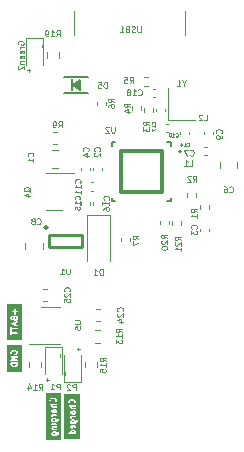
<source format=gbo>
G04 #@! TF.GenerationSoftware,KiCad,Pcbnew,7.0.2*
G04 #@! TF.CreationDate,2023-08-11T05:28:22+05:00*
G04 #@! TF.ProjectId,Adafruit QT Py ESP32-C3,41646166-7275-4697-9420-515420507920,rev?*
G04 #@! TF.SameCoordinates,Original*
G04 #@! TF.FileFunction,Legend,Bot*
G04 #@! TF.FilePolarity,Positive*
%FSLAX46Y46*%
G04 Gerber Fmt 4.6, Leading zero omitted, Abs format (unit mm)*
G04 Created by KiCad (PCBNEW 7.0.2) date 2023-08-11 05:28:22*
%MOMM*%
%LPD*%
G01*
G04 APERTURE LIST*
%ADD10C,0.154340*%
%ADD11C,0.125000*%
%ADD12C,0.075000*%
%ADD13C,0.112500*%
%ADD14C,0.120000*%
%ADD15C,0.127000*%
%ADD16C,0.304800*%
%ADD17C,0.254000*%
%ADD18C,0.249000*%
%ADD19C,0.203200*%
G04 APERTURE END LIST*
D10*
X152837170Y-108540000D02*
G75*
G03*
X152837170Y-108540000I-77170J0D01*
G01*
D11*
G36*
X143786668Y-132261843D02*
G01*
X143796134Y-132271310D01*
X143808809Y-132296659D01*
X143808809Y-132362263D01*
X143600476Y-132362263D01*
X143600476Y-132296660D01*
X143613151Y-132271308D01*
X143622618Y-132261842D01*
X143647968Y-132249168D01*
X143761316Y-132249168D01*
X143786668Y-132261843D01*
G37*
G36*
X143607651Y-131924359D02*
G01*
X143600476Y-131910008D01*
X143600476Y-131844279D01*
X143608370Y-131828490D01*
X143624158Y-131820597D01*
X143628404Y-131820597D01*
X143607651Y-131924359D01*
G37*
G36*
X143786668Y-131380891D02*
G01*
X143796134Y-131390358D01*
X143808809Y-131415707D01*
X143808809Y-131481311D01*
X143600476Y-131481311D01*
X143600476Y-131415708D01*
X143613151Y-131390356D01*
X143622618Y-131380890D01*
X143647968Y-131368216D01*
X143761316Y-131368216D01*
X143786668Y-131380891D01*
G37*
G36*
X143800915Y-130614205D02*
G01*
X143808809Y-130629992D01*
X143808809Y-130719406D01*
X143743333Y-130719406D01*
X143743333Y-130629993D01*
X143751227Y-130614204D01*
X143767015Y-130606311D01*
X143785126Y-130606311D01*
X143800915Y-130614205D01*
G37*
G36*
X144305179Y-132908989D02*
G01*
X142974821Y-132908989D01*
X142974821Y-132434033D01*
X143306833Y-132434033D01*
X143322080Y-132467420D01*
X143352957Y-132487263D01*
X143553917Y-132487263D01*
X143564080Y-132489862D01*
X143571900Y-132487263D01*
X143846390Y-132487263D01*
X143863638Y-132487871D01*
X143864662Y-132487263D01*
X143880296Y-132487263D01*
X143906526Y-132479561D01*
X143930562Y-132451823D01*
X143935785Y-132415493D01*
X143929625Y-132402005D01*
X143933809Y-132395496D01*
X143933809Y-132382723D01*
X143936071Y-132370151D01*
X143933809Y-132364697D01*
X143933809Y-132285272D01*
X143935418Y-132270370D01*
X143929705Y-132258945D01*
X143926107Y-132246689D01*
X143921644Y-132242821D01*
X143906906Y-132213345D01*
X143904671Y-132203069D01*
X143892496Y-132190894D01*
X143880764Y-132178282D01*
X143879580Y-132177979D01*
X143873425Y-132171824D01*
X143868055Y-132162782D01*
X143852648Y-132155079D01*
X143837536Y-132146827D01*
X143836318Y-132146914D01*
X143807033Y-132132272D01*
X143794423Y-132124168D01*
X143781650Y-132124168D01*
X143769078Y-132121906D01*
X143763624Y-132124168D01*
X143636580Y-132124168D01*
X143621678Y-132122559D01*
X143610253Y-132128271D01*
X143597997Y-132131870D01*
X143594129Y-132136332D01*
X143564653Y-132151070D01*
X143554377Y-132153306D01*
X143542202Y-132165480D01*
X143529590Y-132177213D01*
X143529287Y-132178396D01*
X143523132Y-132184551D01*
X143514090Y-132189922D01*
X143506387Y-132205328D01*
X143498135Y-132220441D01*
X143498222Y-132221658D01*
X143483580Y-132250943D01*
X143475476Y-132263554D01*
X143475476Y-132276327D01*
X143473214Y-132288899D01*
X143475476Y-132294353D01*
X143475476Y-132362263D01*
X143362322Y-132362263D01*
X143336092Y-132369965D01*
X143312056Y-132397703D01*
X143306833Y-132434033D01*
X142974821Y-132434033D01*
X142974821Y-131836518D01*
X143473214Y-131836518D01*
X143475476Y-131841972D01*
X143475476Y-131921396D01*
X143473867Y-131936299D01*
X143479578Y-131947723D01*
X143483178Y-131959980D01*
X143487640Y-131963847D01*
X143498761Y-131986089D01*
X143498676Y-131988519D01*
X143506898Y-132002363D01*
X143509902Y-132008370D01*
X143511463Y-132010048D01*
X143517419Y-132020076D01*
X143523721Y-132023227D01*
X143528521Y-132028387D01*
X143539819Y-132031276D01*
X143578442Y-132050588D01*
X143591052Y-132058692D01*
X143603824Y-132058692D01*
X143616396Y-132060954D01*
X143621851Y-132058692D01*
X143646286Y-132058692D01*
X143653468Y-132061234D01*
X143664276Y-132058692D01*
X143666010Y-132058692D01*
X143672985Y-132056643D01*
X143689197Y-132052831D01*
X143690476Y-132051507D01*
X143692240Y-132050990D01*
X143703142Y-132038408D01*
X143714710Y-132026445D01*
X143715070Y-132024643D01*
X143716276Y-132023252D01*
X143718646Y-132006760D01*
X143755880Y-131820597D01*
X143785126Y-131820597D01*
X143800915Y-131828491D01*
X143808809Y-131844278D01*
X143808809Y-131910008D01*
X143787579Y-131952470D01*
X143782738Y-131979375D01*
X143796798Y-132013278D01*
X143826957Y-132034197D01*
X143863638Y-132035490D01*
X143895195Y-132016747D01*
X143925706Y-131955722D01*
X143933809Y-131943115D01*
X143933809Y-131930342D01*
X143936071Y-131917770D01*
X143933809Y-131912316D01*
X143933809Y-131832891D01*
X143935418Y-131817989D01*
X143929705Y-131806564D01*
X143926107Y-131794308D01*
X143921644Y-131790440D01*
X143910522Y-131768196D01*
X143910608Y-131765767D01*
X143902391Y-131751935D01*
X143899383Y-131745917D01*
X143897817Y-131744234D01*
X143891864Y-131734211D01*
X143885563Y-131731061D01*
X143880764Y-131725901D01*
X143869463Y-131723010D01*
X143830842Y-131703701D01*
X143818232Y-131695597D01*
X143805458Y-131695597D01*
X143792886Y-131693335D01*
X143787432Y-131695597D01*
X143715379Y-131695597D01*
X143708197Y-131693055D01*
X143697389Y-131695597D01*
X143612770Y-131695597D01*
X143597868Y-131693988D01*
X143586443Y-131699700D01*
X143574187Y-131703299D01*
X143570319Y-131707761D01*
X143548075Y-131718883D01*
X143545647Y-131718798D01*
X143531812Y-131727014D01*
X143525796Y-131730023D01*
X143524114Y-131731586D01*
X143514090Y-131737541D01*
X143510939Y-131743842D01*
X143505780Y-131748642D01*
X143502890Y-131759940D01*
X143483580Y-131798562D01*
X143475476Y-131811173D01*
X143475476Y-131823946D01*
X143473214Y-131836518D01*
X142974821Y-131836518D01*
X142974821Y-131407947D01*
X143473214Y-131407947D01*
X143475476Y-131413401D01*
X143475476Y-131492825D01*
X143473867Y-131507728D01*
X143478646Y-131517286D01*
X143473500Y-131553081D01*
X143488747Y-131586468D01*
X143519624Y-131606311D01*
X143553917Y-131606311D01*
X143564080Y-131608910D01*
X143571900Y-131606311D01*
X143846390Y-131606311D01*
X143863638Y-131606919D01*
X143864662Y-131606311D01*
X143939369Y-131606311D01*
X143954275Y-131607920D01*
X143965699Y-131602207D01*
X143977955Y-131598609D01*
X143981822Y-131594145D01*
X144011298Y-131579407D01*
X144021574Y-131577172D01*
X144033740Y-131565005D01*
X144046363Y-131553264D01*
X144046665Y-131552080D01*
X144052816Y-131545929D01*
X144061860Y-131540558D01*
X144069562Y-131525152D01*
X144077816Y-131510038D01*
X144077728Y-131508820D01*
X144092372Y-131479534D01*
X144100476Y-131466925D01*
X144100476Y-131454152D01*
X144102738Y-131441581D01*
X144100476Y-131436126D01*
X144100476Y-131380513D01*
X144102085Y-131365607D01*
X144096372Y-131354182D01*
X144092774Y-131341927D01*
X144088310Y-131338059D01*
X144066048Y-131293535D01*
X144047429Y-131273519D01*
X144011870Y-131264426D01*
X143977040Y-131276002D01*
X143953996Y-131304571D01*
X143950057Y-131341062D01*
X143975476Y-131391898D01*
X143975476Y-131433818D01*
X143962799Y-131459170D01*
X143953335Y-131468634D01*
X143933809Y-131478398D01*
X143933809Y-131404320D01*
X143935418Y-131389418D01*
X143929705Y-131377993D01*
X143926107Y-131365737D01*
X143921644Y-131361869D01*
X143906906Y-131332393D01*
X143904671Y-131322117D01*
X143892496Y-131309942D01*
X143880764Y-131297330D01*
X143879580Y-131297027D01*
X143873425Y-131290872D01*
X143868055Y-131281830D01*
X143852648Y-131274127D01*
X143837536Y-131265875D01*
X143836318Y-131265962D01*
X143807033Y-131251320D01*
X143794423Y-131243216D01*
X143781650Y-131243216D01*
X143769078Y-131240954D01*
X143763624Y-131243216D01*
X143636580Y-131243216D01*
X143621678Y-131241607D01*
X143610253Y-131247319D01*
X143597997Y-131250918D01*
X143594129Y-131255380D01*
X143564653Y-131270118D01*
X143554377Y-131272354D01*
X143542202Y-131284528D01*
X143529590Y-131296261D01*
X143529287Y-131297444D01*
X143523132Y-131303599D01*
X143514090Y-131308970D01*
X143506387Y-131324376D01*
X143498135Y-131339489D01*
X143498222Y-131340706D01*
X143483580Y-131369991D01*
X143475476Y-131382602D01*
X143475476Y-131395375D01*
X143473214Y-131407947D01*
X142974821Y-131407947D01*
X142974821Y-131122232D01*
X143473214Y-131122232D01*
X143475476Y-131127686D01*
X143475476Y-131171845D01*
X143483178Y-131198075D01*
X143510916Y-131222111D01*
X143547246Y-131227334D01*
X143580633Y-131212087D01*
X143600476Y-131181210D01*
X143600476Y-131129993D01*
X143613151Y-131104641D01*
X143622616Y-131095177D01*
X143647969Y-131082501D01*
X143880296Y-131082501D01*
X143906526Y-131074799D01*
X143930562Y-131047061D01*
X143935785Y-131010731D01*
X143920538Y-130977344D01*
X143889661Y-130957501D01*
X143636583Y-130957501D01*
X143621677Y-130955892D01*
X143618459Y-130957501D01*
X143528989Y-130957501D01*
X143502759Y-130965203D01*
X143478723Y-130992941D01*
X143473500Y-131029271D01*
X143488747Y-131062658D01*
X143493017Y-131065402D01*
X143483580Y-131084276D01*
X143475476Y-131096887D01*
X143475476Y-131109660D01*
X143473214Y-131122232D01*
X142974821Y-131122232D01*
X142974821Y-130622232D01*
X143473214Y-130622232D01*
X143475476Y-130627686D01*
X143475476Y-130707110D01*
X143473867Y-130722013D01*
X143479578Y-130733437D01*
X143483178Y-130745694D01*
X143487640Y-130749561D01*
X143498761Y-130771803D01*
X143498676Y-130774233D01*
X143506898Y-130788077D01*
X143509902Y-130794084D01*
X143511463Y-130795762D01*
X143517419Y-130805790D01*
X143523721Y-130808941D01*
X143528521Y-130814101D01*
X143539819Y-130816990D01*
X143578442Y-130836302D01*
X143591052Y-130844406D01*
X143603824Y-130844406D01*
X143616396Y-130846668D01*
X143621851Y-130844406D01*
X143655897Y-130844406D01*
X143673160Y-130845015D01*
X143674185Y-130844406D01*
X143846390Y-130844406D01*
X143863638Y-130845014D01*
X143864662Y-130844406D01*
X143880296Y-130844406D01*
X143906526Y-130836704D01*
X143930562Y-130808966D01*
X143935785Y-130772636D01*
X143929625Y-130759148D01*
X143933809Y-130752639D01*
X143933809Y-130739866D01*
X143936071Y-130727294D01*
X143933809Y-130721840D01*
X143933809Y-130618605D01*
X143935418Y-130603703D01*
X143929705Y-130592278D01*
X143926107Y-130580022D01*
X143921644Y-130576154D01*
X143910522Y-130553910D01*
X143910608Y-130551481D01*
X143902391Y-130537649D01*
X143899383Y-130531631D01*
X143897817Y-130529948D01*
X143891864Y-130519925D01*
X143885563Y-130516775D01*
X143880764Y-130511615D01*
X143869463Y-130508724D01*
X143830842Y-130489415D01*
X143818232Y-130481311D01*
X143805458Y-130481311D01*
X143792886Y-130479049D01*
X143787432Y-130481311D01*
X143755627Y-130481311D01*
X143740725Y-130479702D01*
X143729300Y-130485414D01*
X143717044Y-130489013D01*
X143713176Y-130493475D01*
X143690932Y-130504597D01*
X143688504Y-130504512D01*
X143674669Y-130512728D01*
X143668653Y-130515737D01*
X143666971Y-130517300D01*
X143656947Y-130523255D01*
X143653796Y-130529556D01*
X143648637Y-130534356D01*
X143645747Y-130545654D01*
X143626437Y-130584276D01*
X143618333Y-130596887D01*
X143618333Y-130609660D01*
X143616071Y-130622232D01*
X143618333Y-130627686D01*
X143618333Y-130716493D01*
X143608370Y-130711511D01*
X143600476Y-130695722D01*
X143600476Y-130629993D01*
X143621706Y-130587533D01*
X143626547Y-130560627D01*
X143612486Y-130526724D01*
X143582327Y-130505805D01*
X143545647Y-130504512D01*
X143514090Y-130523255D01*
X143483580Y-130584276D01*
X143475476Y-130596887D01*
X143475476Y-130609660D01*
X143473214Y-130622232D01*
X142974821Y-130622232D01*
X142974821Y-130124509D01*
X143306833Y-130124509D01*
X143322080Y-130157896D01*
X143352957Y-130177739D01*
X143475476Y-130177739D01*
X143475476Y-130181089D01*
X143473214Y-130193661D01*
X143475476Y-130199115D01*
X143475476Y-130254729D01*
X143473867Y-130269632D01*
X143479578Y-130281056D01*
X143483178Y-130293313D01*
X143487640Y-130297180D01*
X143498761Y-130319422D01*
X143498676Y-130321852D01*
X143506898Y-130335696D01*
X143509902Y-130341703D01*
X143511463Y-130343381D01*
X143517419Y-130353409D01*
X143523721Y-130356560D01*
X143528521Y-130361720D01*
X143539819Y-130364609D01*
X143578442Y-130383921D01*
X143591052Y-130392025D01*
X143603824Y-130392025D01*
X143616396Y-130394287D01*
X143621851Y-130392025D01*
X143880296Y-130392025D01*
X143906526Y-130384323D01*
X143930562Y-130356585D01*
X143935785Y-130320255D01*
X143920538Y-130286868D01*
X143889661Y-130267025D01*
X143624159Y-130267025D01*
X143608370Y-130259130D01*
X143600476Y-130243341D01*
X143600476Y-130201422D01*
X143612318Y-130177739D01*
X143880296Y-130177739D01*
X143906526Y-130170037D01*
X143930562Y-130142299D01*
X143935785Y-130105969D01*
X143920538Y-130072582D01*
X143889661Y-130052739D01*
X143596872Y-130052739D01*
X143590242Y-130050266D01*
X143578874Y-130052739D01*
X143362322Y-130052739D01*
X143336092Y-130060441D01*
X143312056Y-130088179D01*
X143306833Y-130124509D01*
X142974821Y-130124509D01*
X142974821Y-129808069D01*
X143306213Y-129808069D01*
X143311656Y-129824399D01*
X143316511Y-129840932D01*
X143317433Y-129841731D01*
X143334762Y-129893716D01*
X143337948Y-129908361D01*
X143346978Y-129917391D01*
X143354270Y-129927883D01*
X143359728Y-129930141D01*
X143381089Y-129951502D01*
X143405082Y-129964603D01*
X143441692Y-129961986D01*
X143471074Y-129939990D01*
X143483901Y-129905600D01*
X143476099Y-129869736D01*
X143449745Y-129843383D01*
X143433809Y-129795572D01*
X143433809Y-129768239D01*
X143449746Y-129720428D01*
X143479761Y-129690414D01*
X143512171Y-129674208D01*
X143593288Y-129653930D01*
X143649329Y-129653930D01*
X143730446Y-129674209D01*
X143762857Y-129690415D01*
X143792872Y-129720429D01*
X143808809Y-129768238D01*
X143808809Y-129795573D01*
X143792872Y-129843382D01*
X143773142Y-129863113D01*
X143760040Y-129887106D01*
X143762657Y-129923716D01*
X143784652Y-129953098D01*
X143819042Y-129965926D01*
X143854906Y-129958125D01*
X143889309Y-129923722D01*
X143900990Y-129914318D01*
X143905029Y-129902199D01*
X143911150Y-129890991D01*
X143910728Y-129885100D01*
X143928123Y-129832913D01*
X143933809Y-129824067D01*
X143933809Y-129806859D01*
X143934432Y-129789633D01*
X143933809Y-129788581D01*
X143933809Y-129765934D01*
X143936405Y-129755743D01*
X143930962Y-129739415D01*
X143926107Y-129722879D01*
X143925184Y-129722079D01*
X143907857Y-129670098D01*
X143904671Y-129655450D01*
X143895639Y-129646418D01*
X143888350Y-129635930D01*
X143882892Y-129633672D01*
X143849616Y-129600397D01*
X143844246Y-129591355D01*
X143828836Y-129583649D01*
X143813725Y-129575399D01*
X143812508Y-129575485D01*
X143790168Y-129564315D01*
X143785223Y-129559056D01*
X143774076Y-129556269D01*
X143772174Y-129555318D01*
X143765383Y-129554096D01*
X143682160Y-129533290D01*
X143675375Y-129528930D01*
X143664718Y-129528930D01*
X143663462Y-129528616D01*
X143655742Y-129528930D01*
X143595882Y-129528930D01*
X143588241Y-129526345D01*
X143577901Y-129528930D01*
X143576608Y-129528930D01*
X143569200Y-129531105D01*
X143486000Y-129551905D01*
X143478820Y-129551130D01*
X143468540Y-129556269D01*
X143466480Y-129556785D01*
X143460534Y-129560272D01*
X143421796Y-129579642D01*
X143411520Y-129581878D01*
X143399343Y-129594055D01*
X143386732Y-129605786D01*
X143386429Y-129606968D01*
X143353307Y-129640091D01*
X143341630Y-129649493D01*
X143337590Y-129661611D01*
X143331469Y-129672822D01*
X143331890Y-129678711D01*
X143314493Y-129730897D01*
X143308809Y-129739744D01*
X143308809Y-129756949D01*
X143308186Y-129774177D01*
X143308809Y-129775228D01*
X143308809Y-129797877D01*
X143306213Y-129808069D01*
X142974821Y-129808069D01*
X142974821Y-129131012D01*
X144305179Y-129131012D01*
X144305179Y-132908989D01*
G37*
G36*
X142186668Y-132392794D02*
G01*
X142196134Y-132402261D01*
X142208809Y-132427610D01*
X142208809Y-132493214D01*
X142000476Y-132493214D01*
X142000476Y-132427611D01*
X142013151Y-132402259D01*
X142022618Y-132392793D01*
X142047968Y-132380119D01*
X142161316Y-132380119D01*
X142186668Y-132392794D01*
G37*
G36*
X142186668Y-131249937D02*
G01*
X142196134Y-131259404D01*
X142208809Y-131284753D01*
X142208809Y-131350357D01*
X142000476Y-131350357D01*
X142000476Y-131284754D01*
X142013151Y-131259402D01*
X142022618Y-131249936D01*
X142047968Y-131237262D01*
X142161316Y-131237262D01*
X142186668Y-131249937D01*
G37*
G36*
X142200915Y-130483251D02*
G01*
X142208809Y-130499038D01*
X142208809Y-130588452D01*
X142143333Y-130588452D01*
X142143333Y-130499039D01*
X142151227Y-130483250D01*
X142167015Y-130475357D01*
X142185126Y-130475357D01*
X142200915Y-130483251D01*
G37*
G36*
X142705179Y-133039941D02*
G01*
X141374821Y-133039941D01*
X141374821Y-132419850D01*
X141873214Y-132419850D01*
X141875476Y-132425304D01*
X141875476Y-132504728D01*
X141873867Y-132519631D01*
X141878646Y-132529189D01*
X141873500Y-132564984D01*
X141888747Y-132598371D01*
X141919624Y-132618214D01*
X141953917Y-132618214D01*
X141964080Y-132620813D01*
X141971900Y-132618214D01*
X142246390Y-132618214D01*
X142263638Y-132618822D01*
X142264662Y-132618214D01*
X142339369Y-132618214D01*
X142354275Y-132619823D01*
X142365699Y-132614110D01*
X142377955Y-132610512D01*
X142381822Y-132606048D01*
X142411298Y-132591310D01*
X142421574Y-132589075D01*
X142433740Y-132576908D01*
X142446363Y-132565167D01*
X142446665Y-132563983D01*
X142452816Y-132557832D01*
X142461860Y-132552461D01*
X142469562Y-132537055D01*
X142477816Y-132521941D01*
X142477728Y-132520723D01*
X142492372Y-132491437D01*
X142500476Y-132478828D01*
X142500476Y-132466055D01*
X142502738Y-132453484D01*
X142500476Y-132448029D01*
X142500476Y-132392416D01*
X142502085Y-132377510D01*
X142496372Y-132366085D01*
X142492774Y-132353830D01*
X142488310Y-132349962D01*
X142466048Y-132305438D01*
X142447429Y-132285422D01*
X142411870Y-132276329D01*
X142377040Y-132287905D01*
X142353996Y-132316474D01*
X142350057Y-132352965D01*
X142375476Y-132403801D01*
X142375476Y-132445721D01*
X142362799Y-132471073D01*
X142353335Y-132480537D01*
X142333809Y-132490301D01*
X142333809Y-132416223D01*
X142335418Y-132401321D01*
X142329705Y-132389896D01*
X142326107Y-132377640D01*
X142321644Y-132373772D01*
X142306906Y-132344296D01*
X142304671Y-132334020D01*
X142292496Y-132321845D01*
X142280764Y-132309233D01*
X142279580Y-132308930D01*
X142273425Y-132302775D01*
X142268055Y-132293733D01*
X142252648Y-132286030D01*
X142237536Y-132277778D01*
X142236318Y-132277865D01*
X142207033Y-132263223D01*
X142194423Y-132255119D01*
X142181650Y-132255119D01*
X142169078Y-132252857D01*
X142163624Y-132255119D01*
X142036580Y-132255119D01*
X142021678Y-132253510D01*
X142010253Y-132259222D01*
X141997997Y-132262821D01*
X141994129Y-132267283D01*
X141964653Y-132282021D01*
X141954377Y-132284257D01*
X141942202Y-132296431D01*
X141929590Y-132308164D01*
X141929287Y-132309347D01*
X141923132Y-132315502D01*
X141914090Y-132320873D01*
X141906387Y-132336279D01*
X141898135Y-132351392D01*
X141898222Y-132352609D01*
X141883580Y-132381894D01*
X141875476Y-132394505D01*
X141875476Y-132407278D01*
X141873214Y-132419850D01*
X141374821Y-132419850D01*
X141374821Y-131967469D01*
X141873214Y-131967469D01*
X141875476Y-131972923D01*
X141875476Y-132028537D01*
X141873867Y-132043440D01*
X141879578Y-132054864D01*
X141883178Y-132067121D01*
X141887640Y-132070988D01*
X141898761Y-132093230D01*
X141898676Y-132095660D01*
X141906898Y-132109504D01*
X141909902Y-132115511D01*
X141911463Y-132117189D01*
X141917419Y-132127217D01*
X141923721Y-132130368D01*
X141928521Y-132135528D01*
X141939819Y-132138417D01*
X141978442Y-132157729D01*
X141991052Y-132165833D01*
X142003824Y-132165833D01*
X142016396Y-132168095D01*
X142021851Y-132165833D01*
X142280296Y-132165833D01*
X142306526Y-132158131D01*
X142330562Y-132130393D01*
X142335785Y-132094063D01*
X142320538Y-132060676D01*
X142289661Y-132040833D01*
X142024159Y-132040833D01*
X142008370Y-132032938D01*
X142000476Y-132017149D01*
X142000476Y-131975230D01*
X142012318Y-131951547D01*
X142280296Y-131951547D01*
X142306526Y-131943845D01*
X142330562Y-131916107D01*
X142335785Y-131879777D01*
X142320538Y-131846390D01*
X142289661Y-131826547D01*
X141996872Y-131826547D01*
X141990242Y-131824074D01*
X141978874Y-131826547D01*
X141928989Y-131826547D01*
X141902759Y-131834249D01*
X141878723Y-131861987D01*
X141873500Y-131898317D01*
X141885757Y-131925158D01*
X141883580Y-131929513D01*
X141875476Y-131942124D01*
X141875476Y-131954897D01*
X141873214Y-131967469D01*
X141374821Y-131967469D01*
X141374821Y-131646305D01*
X141706336Y-131646305D01*
X141707839Y-131653218D01*
X141706833Y-131660222D01*
X141709771Y-131666656D01*
X141710276Y-131673715D01*
X141713127Y-131677524D01*
X141714138Y-131682169D01*
X141719139Y-131687171D01*
X141722080Y-131693609D01*
X141728031Y-131697433D01*
X141732271Y-131703097D01*
X141736728Y-131704759D01*
X141747764Y-131715795D01*
X141756084Y-131726909D01*
X141769089Y-131731759D01*
X141781273Y-131738412D01*
X141786016Y-131738072D01*
X141790473Y-131739735D01*
X141804035Y-131736784D01*
X141817883Y-131735794D01*
X141821691Y-131732942D01*
X141826338Y-131731932D01*
X141836152Y-131722117D01*
X141847265Y-131713798D01*
X141848927Y-131709341D01*
X141851842Y-131706425D01*
X141854145Y-131705750D01*
X141861761Y-131696960D01*
X141871074Y-131689989D01*
X141873546Y-131683360D01*
X141878181Y-131678012D01*
X141879005Y-131672277D01*
X141888747Y-131693609D01*
X141919624Y-131713452D01*
X142280296Y-131713452D01*
X142306526Y-131705750D01*
X142330562Y-131678012D01*
X142335785Y-131641682D01*
X142320538Y-131608295D01*
X142289661Y-131588452D01*
X141928989Y-131588452D01*
X141902759Y-131596154D01*
X141878723Y-131623892D01*
X141878404Y-131626108D01*
X141877109Y-131624379D01*
X141876099Y-131619735D01*
X141871097Y-131614733D01*
X141868157Y-131608295D01*
X141862204Y-131604469D01*
X141857964Y-131598805D01*
X141853506Y-131597142D01*
X141842481Y-131586117D01*
X141834157Y-131574997D01*
X141821144Y-131570143D01*
X141808965Y-131563493D01*
X141804223Y-131563831D01*
X141799768Y-131562170D01*
X141786205Y-131565119D01*
X141772355Y-131566110D01*
X141768546Y-131568960D01*
X141763903Y-131569971D01*
X141754090Y-131579782D01*
X141742973Y-131588106D01*
X141741310Y-131592562D01*
X141738395Y-131595477D01*
X141736092Y-131596154D01*
X141728475Y-131604943D01*
X141719163Y-131611915D01*
X141716690Y-131618543D01*
X141712056Y-131623892D01*
X141711048Y-131630897D01*
X141707659Y-131637105D01*
X141707998Y-131641848D01*
X141706336Y-131646305D01*
X141374821Y-131646305D01*
X141374821Y-131276993D01*
X141873214Y-131276993D01*
X141875476Y-131282447D01*
X141875476Y-131361871D01*
X141873867Y-131376774D01*
X141878646Y-131386332D01*
X141873500Y-131422127D01*
X141888747Y-131455514D01*
X141919624Y-131475357D01*
X141953917Y-131475357D01*
X141964080Y-131477956D01*
X141971900Y-131475357D01*
X142246390Y-131475357D01*
X142263638Y-131475965D01*
X142264662Y-131475357D01*
X142339369Y-131475357D01*
X142354275Y-131476966D01*
X142365699Y-131471253D01*
X142377955Y-131467655D01*
X142381822Y-131463191D01*
X142411298Y-131448453D01*
X142421574Y-131446218D01*
X142433740Y-131434051D01*
X142446363Y-131422310D01*
X142446665Y-131421126D01*
X142452816Y-131414975D01*
X142461860Y-131409604D01*
X142469562Y-131394198D01*
X142477816Y-131379084D01*
X142477728Y-131377866D01*
X142492372Y-131348580D01*
X142500476Y-131335971D01*
X142500476Y-131323198D01*
X142502738Y-131310627D01*
X142500476Y-131305172D01*
X142500476Y-131249559D01*
X142502085Y-131234653D01*
X142496372Y-131223228D01*
X142492774Y-131210973D01*
X142488310Y-131207105D01*
X142466048Y-131162581D01*
X142447429Y-131142565D01*
X142411870Y-131133472D01*
X142377040Y-131145048D01*
X142353996Y-131173617D01*
X142350057Y-131210108D01*
X142375476Y-131260944D01*
X142375476Y-131302864D01*
X142362799Y-131328216D01*
X142353335Y-131337680D01*
X142333809Y-131347444D01*
X142333809Y-131273366D01*
X142335418Y-131258464D01*
X142329705Y-131247039D01*
X142326107Y-131234783D01*
X142321644Y-131230915D01*
X142306906Y-131201439D01*
X142304671Y-131191163D01*
X142292496Y-131178988D01*
X142280764Y-131166376D01*
X142279580Y-131166073D01*
X142273425Y-131159918D01*
X142268055Y-131150876D01*
X142252648Y-131143173D01*
X142237536Y-131134921D01*
X142236318Y-131135008D01*
X142207033Y-131120366D01*
X142194423Y-131112262D01*
X142181650Y-131112262D01*
X142169078Y-131110000D01*
X142163624Y-131112262D01*
X142036580Y-131112262D01*
X142021678Y-131110653D01*
X142010253Y-131116365D01*
X141997997Y-131119964D01*
X141994129Y-131124426D01*
X141964653Y-131139164D01*
X141954377Y-131141400D01*
X141942202Y-131153574D01*
X141929590Y-131165307D01*
X141929287Y-131166490D01*
X141923132Y-131172645D01*
X141914090Y-131178016D01*
X141906387Y-131193422D01*
X141898135Y-131208535D01*
X141898222Y-131209752D01*
X141883580Y-131239037D01*
X141875476Y-131251648D01*
X141875476Y-131264421D01*
X141873214Y-131276993D01*
X141374821Y-131276993D01*
X141374821Y-130991278D01*
X141873214Y-130991278D01*
X141875476Y-130996732D01*
X141875476Y-131040891D01*
X141883178Y-131067121D01*
X141910916Y-131091157D01*
X141947246Y-131096380D01*
X141980633Y-131081133D01*
X142000476Y-131050256D01*
X142000476Y-130999039D01*
X142013151Y-130973687D01*
X142022616Y-130964223D01*
X142047969Y-130951547D01*
X142280296Y-130951547D01*
X142306526Y-130943845D01*
X142330562Y-130916107D01*
X142335785Y-130879777D01*
X142320538Y-130846390D01*
X142289661Y-130826547D01*
X142036583Y-130826547D01*
X142021677Y-130824938D01*
X142018459Y-130826547D01*
X141928989Y-130826547D01*
X141902759Y-130834249D01*
X141878723Y-130861987D01*
X141873500Y-130898317D01*
X141888747Y-130931704D01*
X141893017Y-130934448D01*
X141883580Y-130953322D01*
X141875476Y-130965933D01*
X141875476Y-130978706D01*
X141873214Y-130991278D01*
X141374821Y-130991278D01*
X141374821Y-130491278D01*
X141873214Y-130491278D01*
X141875476Y-130496732D01*
X141875476Y-130576156D01*
X141873867Y-130591059D01*
X141879578Y-130602483D01*
X141883178Y-130614740D01*
X141887640Y-130618607D01*
X141898761Y-130640849D01*
X141898676Y-130643279D01*
X141906898Y-130657123D01*
X141909902Y-130663130D01*
X141911463Y-130664808D01*
X141917419Y-130674836D01*
X141923721Y-130677987D01*
X141928521Y-130683147D01*
X141939819Y-130686036D01*
X141978442Y-130705348D01*
X141991052Y-130713452D01*
X142003824Y-130713452D01*
X142016396Y-130715714D01*
X142021851Y-130713452D01*
X142055897Y-130713452D01*
X142073160Y-130714061D01*
X142074185Y-130713452D01*
X142246390Y-130713452D01*
X142263638Y-130714060D01*
X142264662Y-130713452D01*
X142280296Y-130713452D01*
X142306526Y-130705750D01*
X142330562Y-130678012D01*
X142335785Y-130641682D01*
X142329625Y-130628194D01*
X142333809Y-130621685D01*
X142333809Y-130608912D01*
X142336071Y-130596340D01*
X142333809Y-130590886D01*
X142333809Y-130487651D01*
X142335418Y-130472749D01*
X142329705Y-130461324D01*
X142326107Y-130449068D01*
X142321644Y-130445200D01*
X142310522Y-130422956D01*
X142310608Y-130420527D01*
X142302391Y-130406695D01*
X142299383Y-130400677D01*
X142297817Y-130398994D01*
X142291864Y-130388971D01*
X142285563Y-130385821D01*
X142280764Y-130380661D01*
X142269463Y-130377770D01*
X142230842Y-130358461D01*
X142218232Y-130350357D01*
X142205458Y-130350357D01*
X142192886Y-130348095D01*
X142187432Y-130350357D01*
X142155627Y-130350357D01*
X142140725Y-130348748D01*
X142129300Y-130354460D01*
X142117044Y-130358059D01*
X142113176Y-130362521D01*
X142090932Y-130373643D01*
X142088504Y-130373558D01*
X142074669Y-130381774D01*
X142068653Y-130384783D01*
X142066971Y-130386346D01*
X142056947Y-130392301D01*
X142053796Y-130398602D01*
X142048637Y-130403402D01*
X142045747Y-130414700D01*
X142026437Y-130453322D01*
X142018333Y-130465933D01*
X142018333Y-130478706D01*
X142016071Y-130491278D01*
X142018333Y-130496732D01*
X142018333Y-130585539D01*
X142008370Y-130580557D01*
X142000476Y-130564768D01*
X142000476Y-130499039D01*
X142021706Y-130456579D01*
X142026547Y-130429673D01*
X142012486Y-130395770D01*
X141982327Y-130374851D01*
X141945647Y-130373558D01*
X141914090Y-130392301D01*
X141883580Y-130453322D01*
X141875476Y-130465933D01*
X141875476Y-130478706D01*
X141873214Y-130491278D01*
X141374821Y-130491278D01*
X141374821Y-129993555D01*
X141706833Y-129993555D01*
X141722080Y-130026942D01*
X141752957Y-130046785D01*
X141875476Y-130046785D01*
X141875476Y-130050135D01*
X141873214Y-130062707D01*
X141875476Y-130068161D01*
X141875476Y-130123775D01*
X141873867Y-130138678D01*
X141879578Y-130150102D01*
X141883178Y-130162359D01*
X141887640Y-130166226D01*
X141898761Y-130188468D01*
X141898676Y-130190898D01*
X141906898Y-130204742D01*
X141909902Y-130210749D01*
X141911463Y-130212427D01*
X141917419Y-130222455D01*
X141923721Y-130225606D01*
X141928521Y-130230766D01*
X141939819Y-130233655D01*
X141978442Y-130252967D01*
X141991052Y-130261071D01*
X142003824Y-130261071D01*
X142016396Y-130263333D01*
X142021851Y-130261071D01*
X142280296Y-130261071D01*
X142306526Y-130253369D01*
X142330562Y-130225631D01*
X142335785Y-130189301D01*
X142320538Y-130155914D01*
X142289661Y-130136071D01*
X142024159Y-130136071D01*
X142008370Y-130128176D01*
X142000476Y-130112387D01*
X142000476Y-130070468D01*
X142012318Y-130046785D01*
X142280296Y-130046785D01*
X142306526Y-130039083D01*
X142330562Y-130011345D01*
X142335785Y-129975015D01*
X142320538Y-129941628D01*
X142289661Y-129921785D01*
X141996872Y-129921785D01*
X141990242Y-129919312D01*
X141978874Y-129921785D01*
X141762322Y-129921785D01*
X141736092Y-129929487D01*
X141712056Y-129957225D01*
X141706833Y-129993555D01*
X141374821Y-129993555D01*
X141374821Y-129677115D01*
X141706213Y-129677115D01*
X141711656Y-129693445D01*
X141716511Y-129709978D01*
X141717433Y-129710777D01*
X141734762Y-129762762D01*
X141737948Y-129777407D01*
X141746978Y-129786437D01*
X141754270Y-129796929D01*
X141759728Y-129799187D01*
X141781089Y-129820548D01*
X141805082Y-129833649D01*
X141841692Y-129831032D01*
X141871074Y-129809036D01*
X141883901Y-129774646D01*
X141876099Y-129738782D01*
X141849746Y-129712429D01*
X141833809Y-129664618D01*
X141833809Y-129637285D01*
X141849746Y-129589474D01*
X141879761Y-129559460D01*
X141912171Y-129543254D01*
X141993288Y-129522976D01*
X142049329Y-129522976D01*
X142130446Y-129543255D01*
X142162857Y-129559461D01*
X142192872Y-129589475D01*
X142208809Y-129637284D01*
X142208809Y-129664620D01*
X142192872Y-129712428D01*
X142173142Y-129732159D01*
X142160040Y-129756152D01*
X142162657Y-129792762D01*
X142184652Y-129822144D01*
X142219042Y-129834972D01*
X142254906Y-129827171D01*
X142289309Y-129792768D01*
X142300990Y-129783364D01*
X142305029Y-129771245D01*
X142311150Y-129760037D01*
X142310728Y-129754146D01*
X142328123Y-129701959D01*
X142333809Y-129693113D01*
X142333809Y-129675905D01*
X142334432Y-129658679D01*
X142333809Y-129657627D01*
X142333809Y-129634980D01*
X142336405Y-129624789D01*
X142330962Y-129608461D01*
X142326107Y-129591925D01*
X142325184Y-129591125D01*
X142307857Y-129539144D01*
X142304671Y-129524496D01*
X142295639Y-129515464D01*
X142288350Y-129504976D01*
X142282892Y-129502718D01*
X142249616Y-129469443D01*
X142244246Y-129460401D01*
X142228836Y-129452695D01*
X142213725Y-129444445D01*
X142212508Y-129444531D01*
X142190168Y-129433361D01*
X142185223Y-129428102D01*
X142174076Y-129425315D01*
X142172174Y-129424364D01*
X142165383Y-129423142D01*
X142082160Y-129402336D01*
X142075375Y-129397976D01*
X142064718Y-129397976D01*
X142063462Y-129397662D01*
X142055742Y-129397976D01*
X141995882Y-129397976D01*
X141988241Y-129395391D01*
X141977901Y-129397976D01*
X141976608Y-129397976D01*
X141969200Y-129400151D01*
X141886000Y-129420951D01*
X141878820Y-129420176D01*
X141868540Y-129425315D01*
X141866480Y-129425831D01*
X141860534Y-129429318D01*
X141821796Y-129448688D01*
X141811520Y-129450924D01*
X141799343Y-129463101D01*
X141786732Y-129474832D01*
X141786429Y-129476014D01*
X141753307Y-129509137D01*
X141741630Y-129518539D01*
X141737590Y-129530657D01*
X141731469Y-129541868D01*
X141731890Y-129547757D01*
X141714493Y-129599943D01*
X141708809Y-129608790D01*
X141708809Y-129625995D01*
X141708186Y-129643223D01*
X141708809Y-129644274D01*
X141708809Y-129666923D01*
X141706213Y-129677115D01*
X141374821Y-129677115D01*
X141374821Y-129000059D01*
X142705179Y-129000059D01*
X142705179Y-133039941D01*
G37*
G36*
X138765952Y-123190905D02*
G01*
X138668951Y-123158572D01*
X138765952Y-123126238D01*
X138765952Y-123190905D01*
G37*
G36*
X138646904Y-122715246D02*
G01*
X138634228Y-122740597D01*
X138624763Y-122750062D01*
X138599411Y-122762739D01*
X138581302Y-122762739D01*
X138555949Y-122750062D01*
X138546485Y-122740598D01*
X138533809Y-122715246D01*
X138533809Y-122625834D01*
X138646904Y-122625834D01*
X138646904Y-122715246D01*
G37*
G36*
X138908809Y-122739055D02*
G01*
X138896134Y-122764406D01*
X138886668Y-122773872D01*
X138861317Y-122786548D01*
X138819396Y-122786548D01*
X138794045Y-122773872D01*
X138787841Y-122767668D01*
X138773741Y-122725368D01*
X138774166Y-122723008D01*
X138771904Y-122717554D01*
X138771904Y-122625834D01*
X138908809Y-122625834D01*
X138908809Y-122739055D01*
G37*
G36*
X139405179Y-124499940D02*
G01*
X138074821Y-124499940D01*
X138074821Y-123953556D01*
X138406833Y-123953556D01*
X138408809Y-123957882D01*
X138408809Y-124096130D01*
X138416511Y-124122360D01*
X138444249Y-124146396D01*
X138480579Y-124151619D01*
X138513966Y-124136372D01*
X138533809Y-124105495D01*
X138533809Y-124006786D01*
X138980296Y-124006786D01*
X139006526Y-123999084D01*
X139030562Y-123971346D01*
X139035785Y-123935016D01*
X139020538Y-123901629D01*
X138989661Y-123881786D01*
X138533809Y-123881786D01*
X138533809Y-123792442D01*
X138526107Y-123766212D01*
X138513760Y-123755513D01*
X138513966Y-123755420D01*
X138533809Y-123724543D01*
X138533809Y-123625834D01*
X138980296Y-123625834D01*
X139006526Y-123618132D01*
X139030562Y-123590394D01*
X139035785Y-123554064D01*
X139020538Y-123520677D01*
X138989661Y-123500834D01*
X138533809Y-123500834D01*
X138533809Y-123411490D01*
X138526107Y-123385260D01*
X138498369Y-123361224D01*
X138462039Y-123356001D01*
X138428652Y-123371248D01*
X138408809Y-123402125D01*
X138408809Y-123558859D01*
X138406833Y-123572604D01*
X138408809Y-123576930D01*
X138408809Y-123715178D01*
X138416511Y-123741408D01*
X138428857Y-123752106D01*
X138428652Y-123752200D01*
X138408809Y-123783077D01*
X138408809Y-123939811D01*
X138406833Y-123953556D01*
X138074821Y-123953556D01*
X138074821Y-123151638D01*
X138406540Y-123151638D01*
X138409404Y-123167471D01*
X138411117Y-123183472D01*
X138412640Y-123185364D01*
X138413073Y-123187755D01*
X138424043Y-123199527D01*
X138434134Y-123212061D01*
X138436438Y-123212829D01*
X138438096Y-123214608D01*
X138453697Y-123218582D01*
X138796905Y-123332985D01*
X138801392Y-123336873D01*
X138814009Y-123338687D01*
X138960070Y-123387374D01*
X138987390Y-123388361D01*
X139018964Y-123369648D01*
X139035407Y-123336834D01*
X139031501Y-123300339D01*
X139008483Y-123271750D01*
X138890952Y-123232572D01*
X138890952Y-123084572D01*
X138999599Y-123048357D01*
X139022047Y-123032755D01*
X139036078Y-122998840D01*
X139029545Y-122962723D01*
X139004522Y-122935871D01*
X138968955Y-122926810D01*
X138822713Y-122975556D01*
X138819182Y-122975049D01*
X138805520Y-122981287D01*
X138462270Y-123095703D01*
X138455228Y-123095449D01*
X138445194Y-123101395D01*
X138443019Y-123102121D01*
X138437504Y-123105953D01*
X138423654Y-123114163D01*
X138422564Y-123116337D01*
X138420571Y-123117723D01*
X138414423Y-123132582D01*
X138407210Y-123146977D01*
X138407468Y-123149393D01*
X138406540Y-123151638D01*
X138074821Y-123151638D01*
X138074821Y-122572604D01*
X138406833Y-122572604D01*
X138408809Y-122576930D01*
X138408809Y-122726632D01*
X138407200Y-122741538D01*
X138412912Y-122752962D01*
X138416511Y-122765218D01*
X138420974Y-122769085D01*
X138435712Y-122798561D01*
X138437948Y-122808837D01*
X138450114Y-122821003D01*
X138461856Y-122833626D01*
X138463039Y-122833928D01*
X138469190Y-122840079D01*
X138474562Y-122849123D01*
X138489967Y-122856825D01*
X138505082Y-122865079D01*
X138506299Y-122864991D01*
X138535585Y-122879635D01*
X138548195Y-122887739D01*
X138560967Y-122887739D01*
X138573539Y-122890001D01*
X138578994Y-122887739D01*
X138610797Y-122887739D01*
X138625703Y-122889348D01*
X138637127Y-122883635D01*
X138649383Y-122880037D01*
X138653250Y-122875573D01*
X138682725Y-122860836D01*
X138693001Y-122858601D01*
X138697365Y-122854236D01*
X138697822Y-122854425D01*
X138707286Y-122863890D01*
X138712658Y-122872934D01*
X138728068Y-122880638D01*
X138743176Y-122888889D01*
X138744394Y-122888801D01*
X138773682Y-122903445D01*
X138786290Y-122911548D01*
X138799063Y-122911548D01*
X138811635Y-122913810D01*
X138817089Y-122911548D01*
X138872705Y-122911548D01*
X138887607Y-122913157D01*
X138899031Y-122907445D01*
X138911288Y-122903846D01*
X138915155Y-122899383D01*
X138944630Y-122884645D01*
X138954907Y-122882410D01*
X138967084Y-122870232D01*
X138979695Y-122858503D01*
X138979997Y-122857320D01*
X138986153Y-122851163D01*
X138995195Y-122845794D01*
X139002895Y-122830393D01*
X139011150Y-122815275D01*
X139011062Y-122814057D01*
X139025706Y-122784769D01*
X139033809Y-122772162D01*
X139033809Y-122759389D01*
X139036071Y-122746817D01*
X139033809Y-122741363D01*
X139033809Y-122567808D01*
X139035785Y-122554064D01*
X139030017Y-122541434D01*
X139026107Y-122528117D01*
X139022513Y-122525003D01*
X139020538Y-122520677D01*
X139008861Y-122513173D01*
X138998369Y-122504081D01*
X138993660Y-122503404D01*
X138989661Y-122500834D01*
X138975784Y-122500834D01*
X138962039Y-122498858D01*
X138957712Y-122500834D01*
X138713879Y-122500834D01*
X138700134Y-122498858D01*
X138695807Y-122500834D01*
X138475784Y-122500834D01*
X138462039Y-122498858D01*
X138449409Y-122504625D01*
X138436092Y-122508536D01*
X138432978Y-122512129D01*
X138428652Y-122514105D01*
X138421148Y-122525781D01*
X138412056Y-122536274D01*
X138411379Y-122540982D01*
X138408809Y-122544982D01*
X138408809Y-122558859D01*
X138406833Y-122572604D01*
X138074821Y-122572604D01*
X138074821Y-122144032D01*
X138525881Y-122144032D01*
X138541128Y-122177419D01*
X138572005Y-122197262D01*
X138718333Y-122197262D01*
X138718333Y-122334226D01*
X138726035Y-122360456D01*
X138753773Y-122384492D01*
X138790103Y-122389715D01*
X138823490Y-122374468D01*
X138843333Y-122343591D01*
X138843333Y-122197262D01*
X138980296Y-122197262D01*
X139006526Y-122189560D01*
X139030562Y-122161822D01*
X139035785Y-122125492D01*
X139020538Y-122092105D01*
X138989661Y-122072262D01*
X138843333Y-122072262D01*
X138843333Y-121935299D01*
X138835631Y-121909069D01*
X138807893Y-121885033D01*
X138771563Y-121879810D01*
X138738176Y-121895057D01*
X138718333Y-121925934D01*
X138718333Y-122072262D01*
X138581370Y-122072262D01*
X138555140Y-122079964D01*
X138531104Y-122107702D01*
X138525881Y-122144032D01*
X138074821Y-122144032D01*
X138074821Y-121460059D01*
X139405179Y-121460059D01*
X139405179Y-124499940D01*
G37*
G36*
X138908809Y-126589858D02*
G01*
X138892872Y-126637666D01*
X138862857Y-126667681D01*
X138830446Y-126683887D01*
X138749330Y-126704166D01*
X138693289Y-126704166D01*
X138612171Y-126683886D01*
X138579760Y-126667681D01*
X138549745Y-126637666D01*
X138533809Y-126589856D01*
X138533809Y-126543452D01*
X138908809Y-126543452D01*
X138908809Y-126589858D01*
G37*
G36*
X139405179Y-127227084D02*
G01*
X138074821Y-127227084D01*
X138074821Y-126602355D01*
X138406213Y-126602355D01*
X138411658Y-126618691D01*
X138416511Y-126635217D01*
X138417433Y-126636016D01*
X138434762Y-126688003D01*
X138437948Y-126702645D01*
X138446977Y-126711674D01*
X138454270Y-126722167D01*
X138459727Y-126724424D01*
X138493002Y-126757700D01*
X138498372Y-126766741D01*
X138513769Y-126774440D01*
X138528892Y-126782697D01*
X138530109Y-126782609D01*
X138552449Y-126793780D01*
X138557395Y-126799040D01*
X138568541Y-126801826D01*
X138570444Y-126802778D01*
X138577234Y-126803999D01*
X138660457Y-126824805D01*
X138667243Y-126829166D01*
X138677900Y-126829166D01*
X138679156Y-126829480D01*
X138686876Y-126829166D01*
X138746736Y-126829166D01*
X138754377Y-126831751D01*
X138764717Y-126829166D01*
X138766010Y-126829166D01*
X138773417Y-126826990D01*
X138856618Y-126806190D01*
X138863798Y-126806966D01*
X138874077Y-126801826D01*
X138876138Y-126801311D01*
X138882083Y-126797823D01*
X138920822Y-126778453D01*
X138931097Y-126776218D01*
X138943265Y-126764049D01*
X138955886Y-126752310D01*
X138956188Y-126751126D01*
X138989311Y-126718003D01*
X139000989Y-126708602D01*
X139005027Y-126696487D01*
X139011150Y-126685275D01*
X139010728Y-126679382D01*
X139028123Y-126627198D01*
X139033809Y-126618352D01*
X139033809Y-126601145D01*
X139034432Y-126583918D01*
X139033809Y-126582866D01*
X139033809Y-126485426D01*
X139035785Y-126471682D01*
X139030017Y-126459052D01*
X139026107Y-126445735D01*
X139022513Y-126442621D01*
X139020538Y-126438295D01*
X139008861Y-126430791D01*
X138998369Y-126421699D01*
X138993660Y-126421022D01*
X138989661Y-126418452D01*
X138975784Y-126418452D01*
X138962039Y-126416476D01*
X138957712Y-126418452D01*
X138475784Y-126418452D01*
X138462039Y-126416476D01*
X138449409Y-126422243D01*
X138436092Y-126426154D01*
X138432978Y-126429747D01*
X138428652Y-126431723D01*
X138421148Y-126443399D01*
X138412056Y-126453892D01*
X138411379Y-126458600D01*
X138408809Y-126462600D01*
X138408809Y-126476477D01*
X138406833Y-126490222D01*
X138408809Y-126494548D01*
X138408809Y-126592163D01*
X138406213Y-126602355D01*
X138074821Y-126602355D01*
X138074821Y-126252126D01*
X138406833Y-126252126D01*
X138422080Y-126285513D01*
X138452957Y-126305356D01*
X138963978Y-126305356D01*
X138974698Y-126307906D01*
X138990475Y-126302367D01*
X139006526Y-126297654D01*
X139007674Y-126296328D01*
X139009329Y-126295748D01*
X139019604Y-126282561D01*
X139030562Y-126269916D01*
X139030811Y-126268178D01*
X139031889Y-126266796D01*
X139033403Y-126250149D01*
X139035785Y-126233586D01*
X139035056Y-126231989D01*
X139035215Y-126230244D01*
X139027491Y-126215424D01*
X139020538Y-126200199D01*
X139019060Y-126199249D01*
X139018251Y-126197696D01*
X139003742Y-126189405D01*
X138989661Y-126180356D01*
X138987906Y-126180356D01*
X138706657Y-126019642D01*
X138980296Y-126019642D01*
X139006526Y-126011940D01*
X139030562Y-125984202D01*
X139035785Y-125947872D01*
X139020538Y-125914485D01*
X138989661Y-125894642D01*
X138478642Y-125894642D01*
X138467919Y-125892091D01*
X138452127Y-125897635D01*
X138436092Y-125902344D01*
X138434944Y-125903668D01*
X138433288Y-125904250D01*
X138423008Y-125917442D01*
X138412056Y-125930082D01*
X138411806Y-125931819D01*
X138410729Y-125933202D01*
X138409213Y-125949856D01*
X138406833Y-125966412D01*
X138407561Y-125968006D01*
X138407402Y-125969754D01*
X138415133Y-125984588D01*
X138422080Y-125999799D01*
X138423555Y-126000747D01*
X138424366Y-126002302D01*
X138438883Y-126010597D01*
X138452957Y-126019642D01*
X138454711Y-126019642D01*
X138735961Y-126180356D01*
X138462322Y-126180356D01*
X138436092Y-126188058D01*
X138412056Y-126215796D01*
X138406833Y-126252126D01*
X138074821Y-126252126D01*
X138074821Y-125682965D01*
X138407200Y-125682965D01*
X138412912Y-125694389D01*
X138416511Y-125706645D01*
X138420974Y-125710512D01*
X138443237Y-125755037D01*
X138461856Y-125775053D01*
X138497415Y-125784146D01*
X138532245Y-125772570D01*
X138555289Y-125744002D01*
X138559228Y-125707510D01*
X138533809Y-125656673D01*
X138533809Y-125610142D01*
X138549746Y-125562331D01*
X138579761Y-125532317D01*
X138612171Y-125516111D01*
X138693288Y-125495833D01*
X138749329Y-125495833D01*
X138830446Y-125516112D01*
X138862857Y-125532318D01*
X138892872Y-125562332D01*
X138908809Y-125610141D01*
X138908809Y-125637477D01*
X138894516Y-125680356D01*
X138819523Y-125680356D01*
X138819523Y-125638631D01*
X138811821Y-125612401D01*
X138784083Y-125588365D01*
X138747753Y-125583142D01*
X138714366Y-125598389D01*
X138694523Y-125629266D01*
X138694523Y-125738381D01*
X138692547Y-125752126D01*
X138698314Y-125764755D01*
X138702225Y-125778073D01*
X138705818Y-125781186D01*
X138707794Y-125785513D01*
X138719470Y-125793016D01*
X138729963Y-125802109D01*
X138734671Y-125802785D01*
X138738671Y-125805356D01*
X138752548Y-125805356D01*
X138766293Y-125807332D01*
X138770620Y-125805356D01*
X138912412Y-125805356D01*
X138919042Y-125807829D01*
X138930411Y-125805356D01*
X138932677Y-125805356D01*
X138939151Y-125803454D01*
X138954906Y-125800028D01*
X138956603Y-125798330D01*
X138958907Y-125797654D01*
X138969468Y-125785465D01*
X138989309Y-125765625D01*
X139000990Y-125756221D01*
X139005029Y-125744102D01*
X139011150Y-125732894D01*
X139010728Y-125727003D01*
X139028123Y-125674816D01*
X139033809Y-125665970D01*
X139033809Y-125648762D01*
X139034432Y-125631536D01*
X139033809Y-125630484D01*
X139033809Y-125607837D01*
X139036405Y-125597646D01*
X139030962Y-125581318D01*
X139026107Y-125564782D01*
X139025184Y-125563982D01*
X139007857Y-125512001D01*
X139004671Y-125497353D01*
X138995639Y-125488321D01*
X138988350Y-125477833D01*
X138982892Y-125475575D01*
X138949616Y-125442300D01*
X138944246Y-125433258D01*
X138928836Y-125425552D01*
X138913725Y-125417302D01*
X138912508Y-125417388D01*
X138890168Y-125406218D01*
X138885223Y-125400959D01*
X138874076Y-125398172D01*
X138872174Y-125397221D01*
X138865383Y-125395999D01*
X138782160Y-125375193D01*
X138775375Y-125370833D01*
X138764718Y-125370833D01*
X138763462Y-125370519D01*
X138755742Y-125370833D01*
X138695882Y-125370833D01*
X138688241Y-125368248D01*
X138677901Y-125370833D01*
X138676608Y-125370833D01*
X138669200Y-125373008D01*
X138586000Y-125393808D01*
X138578820Y-125393033D01*
X138568540Y-125398172D01*
X138566480Y-125398688D01*
X138560534Y-125402175D01*
X138521796Y-125421545D01*
X138511520Y-125423781D01*
X138499343Y-125435958D01*
X138486732Y-125447689D01*
X138486429Y-125448871D01*
X138453307Y-125481994D01*
X138441630Y-125491396D01*
X138437590Y-125503514D01*
X138431469Y-125514725D01*
X138431890Y-125520614D01*
X138414493Y-125572800D01*
X138408809Y-125581647D01*
X138408809Y-125598852D01*
X138408186Y-125616080D01*
X138408809Y-125617131D01*
X138408809Y-125668059D01*
X138407200Y-125682965D01*
X138074821Y-125682965D01*
X138074821Y-124972916D01*
X139405179Y-124972916D01*
X139405179Y-127227084D01*
G37*
G04 #@! TO.C,C8*
X140663333Y-114683690D02*
X140687142Y-114707500D01*
X140687142Y-114707500D02*
X140758571Y-114731309D01*
X140758571Y-114731309D02*
X140806190Y-114731309D01*
X140806190Y-114731309D02*
X140877618Y-114707500D01*
X140877618Y-114707500D02*
X140925237Y-114659880D01*
X140925237Y-114659880D02*
X140949047Y-114612261D01*
X140949047Y-114612261D02*
X140972856Y-114517023D01*
X140972856Y-114517023D02*
X140972856Y-114445595D01*
X140972856Y-114445595D02*
X140949047Y-114350357D01*
X140949047Y-114350357D02*
X140925237Y-114302738D01*
X140925237Y-114302738D02*
X140877618Y-114255119D01*
X140877618Y-114255119D02*
X140806190Y-114231309D01*
X140806190Y-114231309D02*
X140758571Y-114231309D01*
X140758571Y-114231309D02*
X140687142Y-114255119D01*
X140687142Y-114255119D02*
X140663333Y-114278928D01*
X140377618Y-114445595D02*
X140425237Y-114421785D01*
X140425237Y-114421785D02*
X140449047Y-114397976D01*
X140449047Y-114397976D02*
X140472856Y-114350357D01*
X140472856Y-114350357D02*
X140472856Y-114326547D01*
X140472856Y-114326547D02*
X140449047Y-114278928D01*
X140449047Y-114278928D02*
X140425237Y-114255119D01*
X140425237Y-114255119D02*
X140377618Y-114231309D01*
X140377618Y-114231309D02*
X140282380Y-114231309D01*
X140282380Y-114231309D02*
X140234761Y-114255119D01*
X140234761Y-114255119D02*
X140210952Y-114278928D01*
X140210952Y-114278928D02*
X140187142Y-114326547D01*
X140187142Y-114326547D02*
X140187142Y-114350357D01*
X140187142Y-114350357D02*
X140210952Y-114397976D01*
X140210952Y-114397976D02*
X140234761Y-114421785D01*
X140234761Y-114421785D02*
X140282380Y-114445595D01*
X140282380Y-114445595D02*
X140377618Y-114445595D01*
X140377618Y-114445595D02*
X140425237Y-114469404D01*
X140425237Y-114469404D02*
X140449047Y-114493214D01*
X140449047Y-114493214D02*
X140472856Y-114540833D01*
X140472856Y-114540833D02*
X140472856Y-114636071D01*
X140472856Y-114636071D02*
X140449047Y-114683690D01*
X140449047Y-114683690D02*
X140425237Y-114707500D01*
X140425237Y-114707500D02*
X140377618Y-114731309D01*
X140377618Y-114731309D02*
X140282380Y-114731309D01*
X140282380Y-114731309D02*
X140234761Y-114707500D01*
X140234761Y-114707500D02*
X140210952Y-114683690D01*
X140210952Y-114683690D02*
X140187142Y-114636071D01*
X140187142Y-114636071D02*
X140187142Y-114540833D01*
X140187142Y-114540833D02*
X140210952Y-114493214D01*
X140210952Y-114493214D02*
X140234761Y-114469404D01*
X140234761Y-114469404D02*
X140282380Y-114445595D01*
G04 #@! TO.C,C9*
X156253690Y-107006666D02*
X156277500Y-106982857D01*
X156277500Y-106982857D02*
X156301309Y-106911428D01*
X156301309Y-106911428D02*
X156301309Y-106863809D01*
X156301309Y-106863809D02*
X156277500Y-106792381D01*
X156277500Y-106792381D02*
X156229880Y-106744762D01*
X156229880Y-106744762D02*
X156182261Y-106720952D01*
X156182261Y-106720952D02*
X156087023Y-106697143D01*
X156087023Y-106697143D02*
X156015595Y-106697143D01*
X156015595Y-106697143D02*
X155920357Y-106720952D01*
X155920357Y-106720952D02*
X155872738Y-106744762D01*
X155872738Y-106744762D02*
X155825119Y-106792381D01*
X155825119Y-106792381D02*
X155801309Y-106863809D01*
X155801309Y-106863809D02*
X155801309Y-106911428D01*
X155801309Y-106911428D02*
X155825119Y-106982857D01*
X155825119Y-106982857D02*
X155848928Y-107006666D01*
X156301309Y-107244762D02*
X156301309Y-107340000D01*
X156301309Y-107340000D02*
X156277500Y-107387619D01*
X156277500Y-107387619D02*
X156253690Y-107411428D01*
X156253690Y-107411428D02*
X156182261Y-107459047D01*
X156182261Y-107459047D02*
X156087023Y-107482857D01*
X156087023Y-107482857D02*
X155896547Y-107482857D01*
X155896547Y-107482857D02*
X155848928Y-107459047D01*
X155848928Y-107459047D02*
X155825119Y-107435238D01*
X155825119Y-107435238D02*
X155801309Y-107387619D01*
X155801309Y-107387619D02*
X155801309Y-107292381D01*
X155801309Y-107292381D02*
X155825119Y-107244762D01*
X155825119Y-107244762D02*
X155848928Y-107220952D01*
X155848928Y-107220952D02*
X155896547Y-107197143D01*
X155896547Y-107197143D02*
X156015595Y-107197143D01*
X156015595Y-107197143D02*
X156063214Y-107220952D01*
X156063214Y-107220952D02*
X156087023Y-107244762D01*
X156087023Y-107244762D02*
X156110833Y-107292381D01*
X156110833Y-107292381D02*
X156110833Y-107387619D01*
X156110833Y-107387619D02*
X156087023Y-107435238D01*
X156087023Y-107435238D02*
X156063214Y-107459047D01*
X156063214Y-107459047D02*
X156015595Y-107482857D01*
G04 #@! TO.C,U2*
X147230952Y-106471309D02*
X147230952Y-106876071D01*
X147230952Y-106876071D02*
X147207142Y-106923690D01*
X147207142Y-106923690D02*
X147183333Y-106947500D01*
X147183333Y-106947500D02*
X147135714Y-106971309D01*
X147135714Y-106971309D02*
X147040476Y-106971309D01*
X147040476Y-106971309D02*
X146992857Y-106947500D01*
X146992857Y-106947500D02*
X146969047Y-106923690D01*
X146969047Y-106923690D02*
X146945238Y-106876071D01*
X146945238Y-106876071D02*
X146945238Y-106471309D01*
X146730951Y-106518928D02*
X146707142Y-106495119D01*
X146707142Y-106495119D02*
X146659523Y-106471309D01*
X146659523Y-106471309D02*
X146540475Y-106471309D01*
X146540475Y-106471309D02*
X146492856Y-106495119D01*
X146492856Y-106495119D02*
X146469047Y-106518928D01*
X146469047Y-106518928D02*
X146445237Y-106566547D01*
X146445237Y-106566547D02*
X146445237Y-106614166D01*
X146445237Y-106614166D02*
X146469047Y-106685595D01*
X146469047Y-106685595D02*
X146754761Y-106971309D01*
X146754761Y-106971309D02*
X146445237Y-106971309D01*
G04 #@! TO.C,R4*
X148521309Y-104796666D02*
X148283214Y-104630000D01*
X148521309Y-104510952D02*
X148021309Y-104510952D01*
X148021309Y-104510952D02*
X148021309Y-104701428D01*
X148021309Y-104701428D02*
X148045119Y-104749047D01*
X148045119Y-104749047D02*
X148068928Y-104772857D01*
X148068928Y-104772857D02*
X148116547Y-104796666D01*
X148116547Y-104796666D02*
X148187976Y-104796666D01*
X148187976Y-104796666D02*
X148235595Y-104772857D01*
X148235595Y-104772857D02*
X148259404Y-104749047D01*
X148259404Y-104749047D02*
X148283214Y-104701428D01*
X148283214Y-104701428D02*
X148283214Y-104510952D01*
X148187976Y-105225238D02*
X148521309Y-105225238D01*
X147997500Y-105106190D02*
X148354642Y-104987143D01*
X148354642Y-104987143D02*
X148354642Y-105296666D01*
G04 #@! TO.C,C7*
X153613333Y-108873690D02*
X153637142Y-108897500D01*
X153637142Y-108897500D02*
X153708571Y-108921309D01*
X153708571Y-108921309D02*
X153756190Y-108921309D01*
X153756190Y-108921309D02*
X153827618Y-108897500D01*
X153827618Y-108897500D02*
X153875237Y-108849880D01*
X153875237Y-108849880D02*
X153899047Y-108802261D01*
X153899047Y-108802261D02*
X153922856Y-108707023D01*
X153922856Y-108707023D02*
X153922856Y-108635595D01*
X153922856Y-108635595D02*
X153899047Y-108540357D01*
X153899047Y-108540357D02*
X153875237Y-108492738D01*
X153875237Y-108492738D02*
X153827618Y-108445119D01*
X153827618Y-108445119D02*
X153756190Y-108421309D01*
X153756190Y-108421309D02*
X153708571Y-108421309D01*
X153708571Y-108421309D02*
X153637142Y-108445119D01*
X153637142Y-108445119D02*
X153613333Y-108468928D01*
X153446666Y-108421309D02*
X153113333Y-108421309D01*
X153113333Y-108421309D02*
X153327618Y-108921309D01*
D12*
G04 #@! TO.C,C17*
X150620214Y-106247143D02*
X150634500Y-106232857D01*
X150634500Y-106232857D02*
X150648785Y-106190000D01*
X150648785Y-106190000D02*
X150648785Y-106161428D01*
X150648785Y-106161428D02*
X150634500Y-106118571D01*
X150634500Y-106118571D02*
X150605928Y-106090000D01*
X150605928Y-106090000D02*
X150577357Y-106075714D01*
X150577357Y-106075714D02*
X150520214Y-106061428D01*
X150520214Y-106061428D02*
X150477357Y-106061428D01*
X150477357Y-106061428D02*
X150420214Y-106075714D01*
X150420214Y-106075714D02*
X150391642Y-106090000D01*
X150391642Y-106090000D02*
X150363071Y-106118571D01*
X150363071Y-106118571D02*
X150348785Y-106161428D01*
X150348785Y-106161428D02*
X150348785Y-106190000D01*
X150348785Y-106190000D02*
X150363071Y-106232857D01*
X150363071Y-106232857D02*
X150377357Y-106247143D01*
X150648785Y-106532857D02*
X150648785Y-106361428D01*
X150648785Y-106447143D02*
X150348785Y-106447143D01*
X150348785Y-106447143D02*
X150391642Y-106418571D01*
X150391642Y-106418571D02*
X150420214Y-106390000D01*
X150420214Y-106390000D02*
X150434500Y-106361428D01*
X150348785Y-106632857D02*
X150348785Y-106832857D01*
X150348785Y-106832857D02*
X150648785Y-106704285D01*
D11*
G04 #@! TO.C,C25*
X143393690Y-120388571D02*
X143417500Y-120364762D01*
X143417500Y-120364762D02*
X143441309Y-120293333D01*
X143441309Y-120293333D02*
X143441309Y-120245714D01*
X143441309Y-120245714D02*
X143417500Y-120174286D01*
X143417500Y-120174286D02*
X143369880Y-120126667D01*
X143369880Y-120126667D02*
X143322261Y-120102857D01*
X143322261Y-120102857D02*
X143227023Y-120079048D01*
X143227023Y-120079048D02*
X143155595Y-120079048D01*
X143155595Y-120079048D02*
X143060357Y-120102857D01*
X143060357Y-120102857D02*
X143012738Y-120126667D01*
X143012738Y-120126667D02*
X142965119Y-120174286D01*
X142965119Y-120174286D02*
X142941309Y-120245714D01*
X142941309Y-120245714D02*
X142941309Y-120293333D01*
X142941309Y-120293333D02*
X142965119Y-120364762D01*
X142965119Y-120364762D02*
X142988928Y-120388571D01*
X142988928Y-120579048D02*
X142965119Y-120602857D01*
X142965119Y-120602857D02*
X142941309Y-120650476D01*
X142941309Y-120650476D02*
X142941309Y-120769524D01*
X142941309Y-120769524D02*
X142965119Y-120817143D01*
X142965119Y-120817143D02*
X142988928Y-120840952D01*
X142988928Y-120840952D02*
X143036547Y-120864762D01*
X143036547Y-120864762D02*
X143084166Y-120864762D01*
X143084166Y-120864762D02*
X143155595Y-120840952D01*
X143155595Y-120840952D02*
X143441309Y-120555238D01*
X143441309Y-120555238D02*
X143441309Y-120864762D01*
X142941309Y-121317142D02*
X142941309Y-121079047D01*
X142941309Y-121079047D02*
X143179404Y-121055238D01*
X143179404Y-121055238D02*
X143155595Y-121079047D01*
X143155595Y-121079047D02*
X143131785Y-121126666D01*
X143131785Y-121126666D02*
X143131785Y-121245714D01*
X143131785Y-121245714D02*
X143155595Y-121293333D01*
X143155595Y-121293333D02*
X143179404Y-121317142D01*
X143179404Y-121317142D02*
X143227023Y-121340952D01*
X143227023Y-121340952D02*
X143346071Y-121340952D01*
X143346071Y-121340952D02*
X143393690Y-121317142D01*
X143393690Y-121317142D02*
X143417500Y-121293333D01*
X143417500Y-121293333D02*
X143441309Y-121245714D01*
X143441309Y-121245714D02*
X143441309Y-121126666D01*
X143441309Y-121126666D02*
X143417500Y-121079047D01*
X143417500Y-121079047D02*
X143393690Y-121055238D01*
G04 #@! TO.C,R21*
X152821309Y-116058571D02*
X152583214Y-115891905D01*
X152821309Y-115772857D02*
X152321309Y-115772857D01*
X152321309Y-115772857D02*
X152321309Y-115963333D01*
X152321309Y-115963333D02*
X152345119Y-116010952D01*
X152345119Y-116010952D02*
X152368928Y-116034762D01*
X152368928Y-116034762D02*
X152416547Y-116058571D01*
X152416547Y-116058571D02*
X152487976Y-116058571D01*
X152487976Y-116058571D02*
X152535595Y-116034762D01*
X152535595Y-116034762D02*
X152559404Y-116010952D01*
X152559404Y-116010952D02*
X152583214Y-115963333D01*
X152583214Y-115963333D02*
X152583214Y-115772857D01*
X152368928Y-116249048D02*
X152345119Y-116272857D01*
X152345119Y-116272857D02*
X152321309Y-116320476D01*
X152321309Y-116320476D02*
X152321309Y-116439524D01*
X152321309Y-116439524D02*
X152345119Y-116487143D01*
X152345119Y-116487143D02*
X152368928Y-116510952D01*
X152368928Y-116510952D02*
X152416547Y-116534762D01*
X152416547Y-116534762D02*
X152464166Y-116534762D01*
X152464166Y-116534762D02*
X152535595Y-116510952D01*
X152535595Y-116510952D02*
X152821309Y-116225238D01*
X152821309Y-116225238D02*
X152821309Y-116534762D01*
X152821309Y-117010952D02*
X152821309Y-116725238D01*
X152821309Y-116868095D02*
X152321309Y-116868095D01*
X152321309Y-116868095D02*
X152392738Y-116820476D01*
X152392738Y-116820476D02*
X152440357Y-116772857D01*
X152440357Y-116772857D02*
X152464166Y-116725238D01*
G04 #@! TO.C,R5*
X148493333Y-102781309D02*
X148659999Y-102543214D01*
X148779047Y-102781309D02*
X148779047Y-102281309D01*
X148779047Y-102281309D02*
X148588571Y-102281309D01*
X148588571Y-102281309D02*
X148540952Y-102305119D01*
X148540952Y-102305119D02*
X148517142Y-102328928D01*
X148517142Y-102328928D02*
X148493333Y-102376547D01*
X148493333Y-102376547D02*
X148493333Y-102447976D01*
X148493333Y-102447976D02*
X148517142Y-102495595D01*
X148517142Y-102495595D02*
X148540952Y-102519404D01*
X148540952Y-102519404D02*
X148588571Y-102543214D01*
X148588571Y-102543214D02*
X148779047Y-102543214D01*
X148040952Y-102281309D02*
X148279047Y-102281309D01*
X148279047Y-102281309D02*
X148302856Y-102519404D01*
X148302856Y-102519404D02*
X148279047Y-102495595D01*
X148279047Y-102495595D02*
X148231428Y-102471785D01*
X148231428Y-102471785D02*
X148112380Y-102471785D01*
X148112380Y-102471785D02*
X148064761Y-102495595D01*
X148064761Y-102495595D02*
X148040952Y-102519404D01*
X148040952Y-102519404D02*
X148017142Y-102567023D01*
X148017142Y-102567023D02*
X148017142Y-102686071D01*
X148017142Y-102686071D02*
X148040952Y-102733690D01*
X148040952Y-102733690D02*
X148064761Y-102757500D01*
X148064761Y-102757500D02*
X148112380Y-102781309D01*
X148112380Y-102781309D02*
X148231428Y-102781309D01*
X148231428Y-102781309D02*
X148279047Y-102757500D01*
X148279047Y-102757500D02*
X148302856Y-102733690D01*
G04 #@! TO.C,R14*
X140801428Y-128731309D02*
X140968094Y-128493214D01*
X141087142Y-128731309D02*
X141087142Y-128231309D01*
X141087142Y-128231309D02*
X140896666Y-128231309D01*
X140896666Y-128231309D02*
X140849047Y-128255119D01*
X140849047Y-128255119D02*
X140825237Y-128278928D01*
X140825237Y-128278928D02*
X140801428Y-128326547D01*
X140801428Y-128326547D02*
X140801428Y-128397976D01*
X140801428Y-128397976D02*
X140825237Y-128445595D01*
X140825237Y-128445595D02*
X140849047Y-128469404D01*
X140849047Y-128469404D02*
X140896666Y-128493214D01*
X140896666Y-128493214D02*
X141087142Y-128493214D01*
X140325237Y-128731309D02*
X140610951Y-128731309D01*
X140468094Y-128731309D02*
X140468094Y-128231309D01*
X140468094Y-128231309D02*
X140515713Y-128302738D01*
X140515713Y-128302738D02*
X140563332Y-128350357D01*
X140563332Y-128350357D02*
X140610951Y-128374166D01*
X139896666Y-128397976D02*
X139896666Y-128731309D01*
X140015714Y-128207500D02*
X140134761Y-128564642D01*
X140134761Y-128564642D02*
X139825238Y-128564642D01*
D13*
G04 #@! TO.C,C15*
X144245321Y-112630714D02*
X144266750Y-112609286D01*
X144266750Y-112609286D02*
X144288178Y-112545000D01*
X144288178Y-112545000D02*
X144288178Y-112502143D01*
X144288178Y-112502143D02*
X144266750Y-112437857D01*
X144266750Y-112437857D02*
X144223892Y-112395000D01*
X144223892Y-112395000D02*
X144181035Y-112373571D01*
X144181035Y-112373571D02*
X144095321Y-112352143D01*
X144095321Y-112352143D02*
X144031035Y-112352143D01*
X144031035Y-112352143D02*
X143945321Y-112373571D01*
X143945321Y-112373571D02*
X143902464Y-112395000D01*
X143902464Y-112395000D02*
X143859607Y-112437857D01*
X143859607Y-112437857D02*
X143838178Y-112502143D01*
X143838178Y-112502143D02*
X143838178Y-112545000D01*
X143838178Y-112545000D02*
X143859607Y-112609286D01*
X143859607Y-112609286D02*
X143881035Y-112630714D01*
X144288178Y-113059286D02*
X144288178Y-112802143D01*
X144288178Y-112930714D02*
X143838178Y-112930714D01*
X143838178Y-112930714D02*
X143902464Y-112887857D01*
X143902464Y-112887857D02*
X143945321Y-112845000D01*
X143945321Y-112845000D02*
X143966750Y-112802143D01*
X143838178Y-113466428D02*
X143838178Y-113252142D01*
X143838178Y-113252142D02*
X144052464Y-113230714D01*
X144052464Y-113230714D02*
X144031035Y-113252142D01*
X144031035Y-113252142D02*
X144009607Y-113295000D01*
X144009607Y-113295000D02*
X144009607Y-113402142D01*
X144009607Y-113402142D02*
X144031035Y-113445000D01*
X144031035Y-113445000D02*
X144052464Y-113466428D01*
X144052464Y-113466428D02*
X144095321Y-113487857D01*
X144095321Y-113487857D02*
X144202464Y-113487857D01*
X144202464Y-113487857D02*
X144245321Y-113466428D01*
X144245321Y-113466428D02*
X144266750Y-113445000D01*
X144266750Y-113445000D02*
X144288178Y-113402142D01*
X144288178Y-113402142D02*
X144288178Y-113295000D01*
X144288178Y-113295000D02*
X144266750Y-113252142D01*
X144266750Y-113252142D02*
X144245321Y-113230714D01*
D11*
G04 #@! TO.C,R7*
X149241309Y-115996666D02*
X149003214Y-115830000D01*
X149241309Y-115710952D02*
X148741309Y-115710952D01*
X148741309Y-115710952D02*
X148741309Y-115901428D01*
X148741309Y-115901428D02*
X148765119Y-115949047D01*
X148765119Y-115949047D02*
X148788928Y-115972857D01*
X148788928Y-115972857D02*
X148836547Y-115996666D01*
X148836547Y-115996666D02*
X148907976Y-115996666D01*
X148907976Y-115996666D02*
X148955595Y-115972857D01*
X148955595Y-115972857D02*
X148979404Y-115949047D01*
X148979404Y-115949047D02*
X149003214Y-115901428D01*
X149003214Y-115901428D02*
X149003214Y-115710952D01*
X148741309Y-116163333D02*
X148741309Y-116496666D01*
X148741309Y-116496666D02*
X149241309Y-116282381D01*
G04 #@! TO.C,U5*
X143831309Y-122879047D02*
X144236071Y-122879047D01*
X144236071Y-122879047D02*
X144283690Y-122902857D01*
X144283690Y-122902857D02*
X144307500Y-122926666D01*
X144307500Y-122926666D02*
X144331309Y-122974285D01*
X144331309Y-122974285D02*
X144331309Y-123069523D01*
X144331309Y-123069523D02*
X144307500Y-123117142D01*
X144307500Y-123117142D02*
X144283690Y-123140952D01*
X144283690Y-123140952D02*
X144236071Y-123164761D01*
X144236071Y-123164761D02*
X143831309Y-123164761D01*
X143831309Y-123640952D02*
X143831309Y-123402857D01*
X143831309Y-123402857D02*
X144069404Y-123379048D01*
X144069404Y-123379048D02*
X144045595Y-123402857D01*
X144045595Y-123402857D02*
X144021785Y-123450476D01*
X144021785Y-123450476D02*
X144021785Y-123569524D01*
X144021785Y-123569524D02*
X144045595Y-123617143D01*
X144045595Y-123617143D02*
X144069404Y-123640952D01*
X144069404Y-123640952D02*
X144117023Y-123664762D01*
X144117023Y-123664762D02*
X144236071Y-123664762D01*
X144236071Y-123664762D02*
X144283690Y-123640952D01*
X144283690Y-123640952D02*
X144307500Y-123617143D01*
X144307500Y-123617143D02*
X144331309Y-123569524D01*
X144331309Y-123569524D02*
X144331309Y-123450476D01*
X144331309Y-123450476D02*
X144307500Y-123402857D01*
X144307500Y-123402857D02*
X144283690Y-123379048D01*
G04 #@! TO.C,C1*
X140303690Y-108986666D02*
X140327500Y-108962857D01*
X140327500Y-108962857D02*
X140351309Y-108891428D01*
X140351309Y-108891428D02*
X140351309Y-108843809D01*
X140351309Y-108843809D02*
X140327500Y-108772381D01*
X140327500Y-108772381D02*
X140279880Y-108724762D01*
X140279880Y-108724762D02*
X140232261Y-108700952D01*
X140232261Y-108700952D02*
X140137023Y-108677143D01*
X140137023Y-108677143D02*
X140065595Y-108677143D01*
X140065595Y-108677143D02*
X139970357Y-108700952D01*
X139970357Y-108700952D02*
X139922738Y-108724762D01*
X139922738Y-108724762D02*
X139875119Y-108772381D01*
X139875119Y-108772381D02*
X139851309Y-108843809D01*
X139851309Y-108843809D02*
X139851309Y-108891428D01*
X139851309Y-108891428D02*
X139875119Y-108962857D01*
X139875119Y-108962857D02*
X139898928Y-108986666D01*
X140351309Y-109462857D02*
X140351309Y-109177143D01*
X140351309Y-109320000D02*
X139851309Y-109320000D01*
X139851309Y-109320000D02*
X139922738Y-109272381D01*
X139922738Y-109272381D02*
X139970357Y-109224762D01*
X139970357Y-109224762D02*
X139994166Y-109177143D01*
G04 #@! TO.C,R9*
X142453333Y-106531309D02*
X142619999Y-106293214D01*
X142739047Y-106531309D02*
X142739047Y-106031309D01*
X142739047Y-106031309D02*
X142548571Y-106031309D01*
X142548571Y-106031309D02*
X142500952Y-106055119D01*
X142500952Y-106055119D02*
X142477142Y-106078928D01*
X142477142Y-106078928D02*
X142453333Y-106126547D01*
X142453333Y-106126547D02*
X142453333Y-106197976D01*
X142453333Y-106197976D02*
X142477142Y-106245595D01*
X142477142Y-106245595D02*
X142500952Y-106269404D01*
X142500952Y-106269404D02*
X142548571Y-106293214D01*
X142548571Y-106293214D02*
X142739047Y-106293214D01*
X142215237Y-106531309D02*
X142119999Y-106531309D01*
X142119999Y-106531309D02*
X142072380Y-106507500D01*
X142072380Y-106507500D02*
X142048571Y-106483690D01*
X142048571Y-106483690D02*
X142000952Y-106412261D01*
X142000952Y-106412261D02*
X141977142Y-106317023D01*
X141977142Y-106317023D02*
X141977142Y-106126547D01*
X141977142Y-106126547D02*
X142000952Y-106078928D01*
X142000952Y-106078928D02*
X142024761Y-106055119D01*
X142024761Y-106055119D02*
X142072380Y-106031309D01*
X142072380Y-106031309D02*
X142167618Y-106031309D01*
X142167618Y-106031309D02*
X142215237Y-106055119D01*
X142215237Y-106055119D02*
X142239047Y-106078928D01*
X142239047Y-106078928D02*
X142262856Y-106126547D01*
X142262856Y-106126547D02*
X142262856Y-106245595D01*
X142262856Y-106245595D02*
X142239047Y-106293214D01*
X142239047Y-106293214D02*
X142215237Y-106317023D01*
X142215237Y-106317023D02*
X142167618Y-106340833D01*
X142167618Y-106340833D02*
X142072380Y-106340833D01*
X142072380Y-106340833D02*
X142024761Y-106317023D01*
X142024761Y-106317023D02*
X142000952Y-106293214D01*
X142000952Y-106293214D02*
X141977142Y-106245595D01*
G04 #@! TO.C,R19*
X142281428Y-98821309D02*
X142448094Y-98583214D01*
X142567142Y-98821309D02*
X142567142Y-98321309D01*
X142567142Y-98321309D02*
X142376666Y-98321309D01*
X142376666Y-98321309D02*
X142329047Y-98345119D01*
X142329047Y-98345119D02*
X142305237Y-98368928D01*
X142305237Y-98368928D02*
X142281428Y-98416547D01*
X142281428Y-98416547D02*
X142281428Y-98487976D01*
X142281428Y-98487976D02*
X142305237Y-98535595D01*
X142305237Y-98535595D02*
X142329047Y-98559404D01*
X142329047Y-98559404D02*
X142376666Y-98583214D01*
X142376666Y-98583214D02*
X142567142Y-98583214D01*
X141805237Y-98821309D02*
X142090951Y-98821309D01*
X141948094Y-98821309D02*
X141948094Y-98321309D01*
X141948094Y-98321309D02*
X141995713Y-98392738D01*
X141995713Y-98392738D02*
X142043332Y-98440357D01*
X142043332Y-98440357D02*
X142090951Y-98464166D01*
X141567142Y-98821309D02*
X141471904Y-98821309D01*
X141471904Y-98821309D02*
X141424285Y-98797500D01*
X141424285Y-98797500D02*
X141400476Y-98773690D01*
X141400476Y-98773690D02*
X141352857Y-98702261D01*
X141352857Y-98702261D02*
X141329047Y-98607023D01*
X141329047Y-98607023D02*
X141329047Y-98416547D01*
X141329047Y-98416547D02*
X141352857Y-98368928D01*
X141352857Y-98368928D02*
X141376666Y-98345119D01*
X141376666Y-98345119D02*
X141424285Y-98321309D01*
X141424285Y-98321309D02*
X141519523Y-98321309D01*
X141519523Y-98321309D02*
X141567142Y-98345119D01*
X141567142Y-98345119D02*
X141590952Y-98368928D01*
X141590952Y-98368928D02*
X141614761Y-98416547D01*
X141614761Y-98416547D02*
X141614761Y-98535595D01*
X141614761Y-98535595D02*
X141590952Y-98583214D01*
X141590952Y-98583214D02*
X141567142Y-98607023D01*
X141567142Y-98607023D02*
X141519523Y-98630833D01*
X141519523Y-98630833D02*
X141424285Y-98630833D01*
X141424285Y-98630833D02*
X141376666Y-98607023D01*
X141376666Y-98607023D02*
X141352857Y-98583214D01*
X141352857Y-98583214D02*
X141329047Y-98535595D01*
G04 #@! TO.C,R1*
X154191309Y-113706666D02*
X153953214Y-113540000D01*
X154191309Y-113420952D02*
X153691309Y-113420952D01*
X153691309Y-113420952D02*
X153691309Y-113611428D01*
X153691309Y-113611428D02*
X153715119Y-113659047D01*
X153715119Y-113659047D02*
X153738928Y-113682857D01*
X153738928Y-113682857D02*
X153786547Y-113706666D01*
X153786547Y-113706666D02*
X153857976Y-113706666D01*
X153857976Y-113706666D02*
X153905595Y-113682857D01*
X153905595Y-113682857D02*
X153929404Y-113659047D01*
X153929404Y-113659047D02*
X153953214Y-113611428D01*
X153953214Y-113611428D02*
X153953214Y-113420952D01*
X154191309Y-114182857D02*
X154191309Y-113897143D01*
X154191309Y-114040000D02*
X153691309Y-114040000D01*
X153691309Y-114040000D02*
X153762738Y-113992381D01*
X153762738Y-113992381D02*
X153810357Y-113944762D01*
X153810357Y-113944762D02*
X153834166Y-113897143D01*
G04 #@! TO.C,Y1*
X153088094Y-102803214D02*
X153088094Y-103041309D01*
X153254760Y-102541309D02*
X153088094Y-102803214D01*
X153088094Y-102803214D02*
X152921427Y-102541309D01*
X152492856Y-103041309D02*
X152778570Y-103041309D01*
X152635713Y-103041309D02*
X152635713Y-102541309D01*
X152635713Y-102541309D02*
X152683332Y-102612738D01*
X152683332Y-102612738D02*
X152730951Y-102660357D01*
X152730951Y-102660357D02*
X152778570Y-102684166D01*
D12*
G04 #@! TO.C,C10*
X152402856Y-107280214D02*
X152417142Y-107294500D01*
X152417142Y-107294500D02*
X152459999Y-107308785D01*
X152459999Y-107308785D02*
X152488571Y-107308785D01*
X152488571Y-107308785D02*
X152531428Y-107294500D01*
X152531428Y-107294500D02*
X152559999Y-107265928D01*
X152559999Y-107265928D02*
X152574285Y-107237357D01*
X152574285Y-107237357D02*
X152588571Y-107180214D01*
X152588571Y-107180214D02*
X152588571Y-107137357D01*
X152588571Y-107137357D02*
X152574285Y-107080214D01*
X152574285Y-107080214D02*
X152559999Y-107051642D01*
X152559999Y-107051642D02*
X152531428Y-107023071D01*
X152531428Y-107023071D02*
X152488571Y-107008785D01*
X152488571Y-107008785D02*
X152459999Y-107008785D01*
X152459999Y-107008785D02*
X152417142Y-107023071D01*
X152417142Y-107023071D02*
X152402856Y-107037357D01*
X152117142Y-107308785D02*
X152288571Y-107308785D01*
X152202856Y-107308785D02*
X152202856Y-107008785D01*
X152202856Y-107008785D02*
X152231428Y-107051642D01*
X152231428Y-107051642D02*
X152259999Y-107080214D01*
X152259999Y-107080214D02*
X152288571Y-107094500D01*
X151931428Y-107008785D02*
X151902857Y-107008785D01*
X151902857Y-107008785D02*
X151874285Y-107023071D01*
X151874285Y-107023071D02*
X151860000Y-107037357D01*
X151860000Y-107037357D02*
X151845714Y-107065928D01*
X151845714Y-107065928D02*
X151831428Y-107123071D01*
X151831428Y-107123071D02*
X151831428Y-107194500D01*
X151831428Y-107194500D02*
X151845714Y-107251642D01*
X151845714Y-107251642D02*
X151860000Y-107280214D01*
X151860000Y-107280214D02*
X151874285Y-107294500D01*
X151874285Y-107294500D02*
X151902857Y-107308785D01*
X151902857Y-107308785D02*
X151931428Y-107308785D01*
X151931428Y-107308785D02*
X151960000Y-107294500D01*
X151960000Y-107294500D02*
X151974285Y-107280214D01*
X151974285Y-107280214D02*
X151988571Y-107251642D01*
X151988571Y-107251642D02*
X152002857Y-107194500D01*
X152002857Y-107194500D02*
X152002857Y-107123071D01*
X152002857Y-107123071D02*
X151988571Y-107065928D01*
X151988571Y-107065928D02*
X151974285Y-107037357D01*
X151974285Y-107037357D02*
X151960000Y-107023071D01*
X151960000Y-107023071D02*
X151931428Y-107008785D01*
D11*
G04 #@! TO.C,USB1*
X149442282Y-97966309D02*
X149442282Y-98371071D01*
X149442282Y-98371071D02*
X149418472Y-98418690D01*
X149418472Y-98418690D02*
X149394663Y-98442500D01*
X149394663Y-98442500D02*
X149347044Y-98466309D01*
X149347044Y-98466309D02*
X149251806Y-98466309D01*
X149251806Y-98466309D02*
X149204187Y-98442500D01*
X149204187Y-98442500D02*
X149180377Y-98418690D01*
X149180377Y-98418690D02*
X149156568Y-98371071D01*
X149156568Y-98371071D02*
X149156568Y-97966309D01*
X148942281Y-98442500D02*
X148870853Y-98466309D01*
X148870853Y-98466309D02*
X148751805Y-98466309D01*
X148751805Y-98466309D02*
X148704186Y-98442500D01*
X148704186Y-98442500D02*
X148680377Y-98418690D01*
X148680377Y-98418690D02*
X148656567Y-98371071D01*
X148656567Y-98371071D02*
X148656567Y-98323452D01*
X148656567Y-98323452D02*
X148680377Y-98275833D01*
X148680377Y-98275833D02*
X148704186Y-98252023D01*
X148704186Y-98252023D02*
X148751805Y-98228214D01*
X148751805Y-98228214D02*
X148847043Y-98204404D01*
X148847043Y-98204404D02*
X148894662Y-98180595D01*
X148894662Y-98180595D02*
X148918472Y-98156785D01*
X148918472Y-98156785D02*
X148942281Y-98109166D01*
X148942281Y-98109166D02*
X148942281Y-98061547D01*
X148942281Y-98061547D02*
X148918472Y-98013928D01*
X148918472Y-98013928D02*
X148894662Y-97990119D01*
X148894662Y-97990119D02*
X148847043Y-97966309D01*
X148847043Y-97966309D02*
X148727996Y-97966309D01*
X148727996Y-97966309D02*
X148656567Y-97990119D01*
X148275615Y-98204404D02*
X148204187Y-98228214D01*
X148204187Y-98228214D02*
X148180377Y-98252023D01*
X148180377Y-98252023D02*
X148156568Y-98299642D01*
X148156568Y-98299642D02*
X148156568Y-98371071D01*
X148156568Y-98371071D02*
X148180377Y-98418690D01*
X148180377Y-98418690D02*
X148204187Y-98442500D01*
X148204187Y-98442500D02*
X148251806Y-98466309D01*
X148251806Y-98466309D02*
X148442282Y-98466309D01*
X148442282Y-98466309D02*
X148442282Y-97966309D01*
X148442282Y-97966309D02*
X148275615Y-97966309D01*
X148275615Y-97966309D02*
X148227996Y-97990119D01*
X148227996Y-97990119D02*
X148204187Y-98013928D01*
X148204187Y-98013928D02*
X148180377Y-98061547D01*
X148180377Y-98061547D02*
X148180377Y-98109166D01*
X148180377Y-98109166D02*
X148204187Y-98156785D01*
X148204187Y-98156785D02*
X148227996Y-98180595D01*
X148227996Y-98180595D02*
X148275615Y-98204404D01*
X148275615Y-98204404D02*
X148442282Y-98204404D01*
X147680377Y-98466309D02*
X147966091Y-98466309D01*
X147823234Y-98466309D02*
X147823234Y-97966309D01*
X147823234Y-97966309D02*
X147870853Y-98037738D01*
X147870853Y-98037738D02*
X147918472Y-98085357D01*
X147918472Y-98085357D02*
X147966091Y-98109166D01*
G04 #@! TO.C,L1*
X153543333Y-109791309D02*
X153781428Y-109791309D01*
X153781428Y-109791309D02*
X153781428Y-109291309D01*
X153114761Y-109791309D02*
X153400475Y-109791309D01*
X153257618Y-109791309D02*
X153257618Y-109291309D01*
X153257618Y-109291309D02*
X153305237Y-109362738D01*
X153305237Y-109362738D02*
X153352856Y-109410357D01*
X153352856Y-109410357D02*
X153400475Y-109434166D01*
G04 #@! TO.C,R2*
X153853333Y-111121309D02*
X154019999Y-110883214D01*
X154139047Y-111121309D02*
X154139047Y-110621309D01*
X154139047Y-110621309D02*
X153948571Y-110621309D01*
X153948571Y-110621309D02*
X153900952Y-110645119D01*
X153900952Y-110645119D02*
X153877142Y-110668928D01*
X153877142Y-110668928D02*
X153853333Y-110716547D01*
X153853333Y-110716547D02*
X153853333Y-110787976D01*
X153853333Y-110787976D02*
X153877142Y-110835595D01*
X153877142Y-110835595D02*
X153900952Y-110859404D01*
X153900952Y-110859404D02*
X153948571Y-110883214D01*
X153948571Y-110883214D02*
X154139047Y-110883214D01*
X153662856Y-110668928D02*
X153639047Y-110645119D01*
X153639047Y-110645119D02*
X153591428Y-110621309D01*
X153591428Y-110621309D02*
X153472380Y-110621309D01*
X153472380Y-110621309D02*
X153424761Y-110645119D01*
X153424761Y-110645119D02*
X153400952Y-110668928D01*
X153400952Y-110668928D02*
X153377142Y-110716547D01*
X153377142Y-110716547D02*
X153377142Y-110764166D01*
X153377142Y-110764166D02*
X153400952Y-110835595D01*
X153400952Y-110835595D02*
X153686666Y-111121309D01*
X153686666Y-111121309D02*
X153377142Y-111121309D01*
G04 #@! TO.C,U1*
X143420952Y-118481309D02*
X143420952Y-118886071D01*
X143420952Y-118886071D02*
X143397142Y-118933690D01*
X143397142Y-118933690D02*
X143373333Y-118957500D01*
X143373333Y-118957500D02*
X143325714Y-118981309D01*
X143325714Y-118981309D02*
X143230476Y-118981309D01*
X143230476Y-118981309D02*
X143182857Y-118957500D01*
X143182857Y-118957500D02*
X143159047Y-118933690D01*
X143159047Y-118933690D02*
X143135238Y-118886071D01*
X143135238Y-118886071D02*
X143135238Y-118481309D01*
X142635237Y-118981309D02*
X142920951Y-118981309D01*
X142778094Y-118981309D02*
X142778094Y-118481309D01*
X142778094Y-118481309D02*
X142825713Y-118552738D01*
X142825713Y-118552738D02*
X142873332Y-118600357D01*
X142873332Y-118600357D02*
X142920951Y-118624166D01*
G04 #@! TO.C,C16*
X146723690Y-112638571D02*
X146747500Y-112614762D01*
X146747500Y-112614762D02*
X146771309Y-112543333D01*
X146771309Y-112543333D02*
X146771309Y-112495714D01*
X146771309Y-112495714D02*
X146747500Y-112424286D01*
X146747500Y-112424286D02*
X146699880Y-112376667D01*
X146699880Y-112376667D02*
X146652261Y-112352857D01*
X146652261Y-112352857D02*
X146557023Y-112329048D01*
X146557023Y-112329048D02*
X146485595Y-112329048D01*
X146485595Y-112329048D02*
X146390357Y-112352857D01*
X146390357Y-112352857D02*
X146342738Y-112376667D01*
X146342738Y-112376667D02*
X146295119Y-112424286D01*
X146295119Y-112424286D02*
X146271309Y-112495714D01*
X146271309Y-112495714D02*
X146271309Y-112543333D01*
X146271309Y-112543333D02*
X146295119Y-112614762D01*
X146295119Y-112614762D02*
X146318928Y-112638571D01*
X146771309Y-113114762D02*
X146771309Y-112829048D01*
X146771309Y-112971905D02*
X146271309Y-112971905D01*
X146271309Y-112971905D02*
X146342738Y-112924286D01*
X146342738Y-112924286D02*
X146390357Y-112876667D01*
X146390357Y-112876667D02*
X146414166Y-112829048D01*
X146271309Y-113543333D02*
X146271309Y-113448095D01*
X146271309Y-113448095D02*
X146295119Y-113400476D01*
X146295119Y-113400476D02*
X146318928Y-113376666D01*
X146318928Y-113376666D02*
X146390357Y-113329047D01*
X146390357Y-113329047D02*
X146485595Y-113305238D01*
X146485595Y-113305238D02*
X146676071Y-113305238D01*
X146676071Y-113305238D02*
X146723690Y-113329047D01*
X146723690Y-113329047D02*
X146747500Y-113352857D01*
X146747500Y-113352857D02*
X146771309Y-113400476D01*
X146771309Y-113400476D02*
X146771309Y-113495714D01*
X146771309Y-113495714D02*
X146747500Y-113543333D01*
X146747500Y-113543333D02*
X146723690Y-113567142D01*
X146723690Y-113567142D02*
X146676071Y-113590952D01*
X146676071Y-113590952D02*
X146557023Y-113590952D01*
X146557023Y-113590952D02*
X146509404Y-113567142D01*
X146509404Y-113567142D02*
X146485595Y-113543333D01*
X146485595Y-113543333D02*
X146461785Y-113495714D01*
X146461785Y-113495714D02*
X146461785Y-113400476D01*
X146461785Y-113400476D02*
X146485595Y-113352857D01*
X146485595Y-113352857D02*
X146509404Y-113329047D01*
X146509404Y-113329047D02*
X146557023Y-113305238D01*
G04 #@! TO.C,R13*
X147851309Y-123868571D02*
X147613214Y-123701905D01*
X147851309Y-123582857D02*
X147351309Y-123582857D01*
X147351309Y-123582857D02*
X147351309Y-123773333D01*
X147351309Y-123773333D02*
X147375119Y-123820952D01*
X147375119Y-123820952D02*
X147398928Y-123844762D01*
X147398928Y-123844762D02*
X147446547Y-123868571D01*
X147446547Y-123868571D02*
X147517976Y-123868571D01*
X147517976Y-123868571D02*
X147565595Y-123844762D01*
X147565595Y-123844762D02*
X147589404Y-123820952D01*
X147589404Y-123820952D02*
X147613214Y-123773333D01*
X147613214Y-123773333D02*
X147613214Y-123582857D01*
X147851309Y-124344762D02*
X147851309Y-124059048D01*
X147851309Y-124201905D02*
X147351309Y-124201905D01*
X147351309Y-124201905D02*
X147422738Y-124154286D01*
X147422738Y-124154286D02*
X147470357Y-124106667D01*
X147470357Y-124106667D02*
X147494166Y-124059048D01*
X147351309Y-124511428D02*
X147351309Y-124820952D01*
X147351309Y-124820952D02*
X147541785Y-124654285D01*
X147541785Y-124654285D02*
X147541785Y-124725714D01*
X147541785Y-124725714D02*
X147565595Y-124773333D01*
X147565595Y-124773333D02*
X147589404Y-124797142D01*
X147589404Y-124797142D02*
X147637023Y-124820952D01*
X147637023Y-124820952D02*
X147756071Y-124820952D01*
X147756071Y-124820952D02*
X147803690Y-124797142D01*
X147803690Y-124797142D02*
X147827500Y-124773333D01*
X147827500Y-124773333D02*
X147851309Y-124725714D01*
X147851309Y-124725714D02*
X147851309Y-124582857D01*
X147851309Y-124582857D02*
X147827500Y-124535238D01*
X147827500Y-124535238D02*
X147803690Y-124511428D01*
G04 #@! TO.C,P2*
X143939047Y-128781309D02*
X143939047Y-128281309D01*
X143939047Y-128281309D02*
X143748571Y-128281309D01*
X143748571Y-128281309D02*
X143700952Y-128305119D01*
X143700952Y-128305119D02*
X143677142Y-128328928D01*
X143677142Y-128328928D02*
X143653333Y-128376547D01*
X143653333Y-128376547D02*
X143653333Y-128447976D01*
X143653333Y-128447976D02*
X143677142Y-128495595D01*
X143677142Y-128495595D02*
X143700952Y-128519404D01*
X143700952Y-128519404D02*
X143748571Y-128543214D01*
X143748571Y-128543214D02*
X143939047Y-128543214D01*
X143462856Y-128328928D02*
X143439047Y-128305119D01*
X143439047Y-128305119D02*
X143391428Y-128281309D01*
X143391428Y-128281309D02*
X143272380Y-128281309D01*
X143272380Y-128281309D02*
X143224761Y-128305119D01*
X143224761Y-128305119D02*
X143200952Y-128328928D01*
X143200952Y-128328928D02*
X143177142Y-128376547D01*
X143177142Y-128376547D02*
X143177142Y-128424166D01*
X143177142Y-128424166D02*
X143200952Y-128495595D01*
X143200952Y-128495595D02*
X143486666Y-128781309D01*
X143486666Y-128781309D02*
X143177142Y-128781309D01*
D12*
X143065500Y-127469285D02*
X143065500Y-127240714D01*
X144140500Y-125419285D02*
X144140500Y-125190714D01*
X144026214Y-125304999D02*
X144254785Y-125304999D01*
D11*
G04 #@! TO.C,C2*
X145943690Y-108516666D02*
X145967500Y-108492857D01*
X145967500Y-108492857D02*
X145991309Y-108421428D01*
X145991309Y-108421428D02*
X145991309Y-108373809D01*
X145991309Y-108373809D02*
X145967500Y-108302381D01*
X145967500Y-108302381D02*
X145919880Y-108254762D01*
X145919880Y-108254762D02*
X145872261Y-108230952D01*
X145872261Y-108230952D02*
X145777023Y-108207143D01*
X145777023Y-108207143D02*
X145705595Y-108207143D01*
X145705595Y-108207143D02*
X145610357Y-108230952D01*
X145610357Y-108230952D02*
X145562738Y-108254762D01*
X145562738Y-108254762D02*
X145515119Y-108302381D01*
X145515119Y-108302381D02*
X145491309Y-108373809D01*
X145491309Y-108373809D02*
X145491309Y-108421428D01*
X145491309Y-108421428D02*
X145515119Y-108492857D01*
X145515119Y-108492857D02*
X145538928Y-108516666D01*
X145538928Y-108707143D02*
X145515119Y-108730952D01*
X145515119Y-108730952D02*
X145491309Y-108778571D01*
X145491309Y-108778571D02*
X145491309Y-108897619D01*
X145491309Y-108897619D02*
X145515119Y-108945238D01*
X145515119Y-108945238D02*
X145538928Y-108969047D01*
X145538928Y-108969047D02*
X145586547Y-108992857D01*
X145586547Y-108992857D02*
X145634166Y-108992857D01*
X145634166Y-108992857D02*
X145705595Y-108969047D01*
X145705595Y-108969047D02*
X145991309Y-108683333D01*
X145991309Y-108683333D02*
X145991309Y-108992857D01*
G04 #@! TO.C,D1*
X146209047Y-119011309D02*
X146209047Y-118511309D01*
X146209047Y-118511309D02*
X146089999Y-118511309D01*
X146089999Y-118511309D02*
X146018571Y-118535119D01*
X146018571Y-118535119D02*
X145970952Y-118582738D01*
X145970952Y-118582738D02*
X145947142Y-118630357D01*
X145947142Y-118630357D02*
X145923333Y-118725595D01*
X145923333Y-118725595D02*
X145923333Y-118797023D01*
X145923333Y-118797023D02*
X145947142Y-118892261D01*
X145947142Y-118892261D02*
X145970952Y-118939880D01*
X145970952Y-118939880D02*
X146018571Y-118987500D01*
X146018571Y-118987500D02*
X146089999Y-119011309D01*
X146089999Y-119011309D02*
X146209047Y-119011309D01*
X145447142Y-119011309D02*
X145732856Y-119011309D01*
X145589999Y-119011309D02*
X145589999Y-118511309D01*
X145589999Y-118511309D02*
X145637618Y-118582738D01*
X145637618Y-118582738D02*
X145685237Y-118630357D01*
X145685237Y-118630357D02*
X145732856Y-118654166D01*
D12*
G04 #@! TO.C,C14*
X153352856Y-108100214D02*
X153367142Y-108114500D01*
X153367142Y-108114500D02*
X153409999Y-108128785D01*
X153409999Y-108128785D02*
X153438571Y-108128785D01*
X153438571Y-108128785D02*
X153481428Y-108114500D01*
X153481428Y-108114500D02*
X153509999Y-108085928D01*
X153509999Y-108085928D02*
X153524285Y-108057357D01*
X153524285Y-108057357D02*
X153538571Y-108000214D01*
X153538571Y-108000214D02*
X153538571Y-107957357D01*
X153538571Y-107957357D02*
X153524285Y-107900214D01*
X153524285Y-107900214D02*
X153509999Y-107871642D01*
X153509999Y-107871642D02*
X153481428Y-107843071D01*
X153481428Y-107843071D02*
X153438571Y-107828785D01*
X153438571Y-107828785D02*
X153409999Y-107828785D01*
X153409999Y-107828785D02*
X153367142Y-107843071D01*
X153367142Y-107843071D02*
X153352856Y-107857357D01*
X153067142Y-108128785D02*
X153238571Y-108128785D01*
X153152856Y-108128785D02*
X153152856Y-107828785D01*
X153152856Y-107828785D02*
X153181428Y-107871642D01*
X153181428Y-107871642D02*
X153209999Y-107900214D01*
X153209999Y-107900214D02*
X153238571Y-107914500D01*
X152810000Y-107928785D02*
X152810000Y-108128785D01*
X152881428Y-107814500D02*
X152952857Y-108028785D01*
X152952857Y-108028785D02*
X152767142Y-108028785D01*
D11*
G04 #@! TO.C,C6*
X156943333Y-111983690D02*
X156967142Y-112007500D01*
X156967142Y-112007500D02*
X157038571Y-112031309D01*
X157038571Y-112031309D02*
X157086190Y-112031309D01*
X157086190Y-112031309D02*
X157157618Y-112007500D01*
X157157618Y-112007500D02*
X157205237Y-111959880D01*
X157205237Y-111959880D02*
X157229047Y-111912261D01*
X157229047Y-111912261D02*
X157252856Y-111817023D01*
X157252856Y-111817023D02*
X157252856Y-111745595D01*
X157252856Y-111745595D02*
X157229047Y-111650357D01*
X157229047Y-111650357D02*
X157205237Y-111602738D01*
X157205237Y-111602738D02*
X157157618Y-111555119D01*
X157157618Y-111555119D02*
X157086190Y-111531309D01*
X157086190Y-111531309D02*
X157038571Y-111531309D01*
X157038571Y-111531309D02*
X156967142Y-111555119D01*
X156967142Y-111555119D02*
X156943333Y-111578928D01*
X156514761Y-111531309D02*
X156609999Y-111531309D01*
X156609999Y-111531309D02*
X156657618Y-111555119D01*
X156657618Y-111555119D02*
X156681428Y-111578928D01*
X156681428Y-111578928D02*
X156729047Y-111650357D01*
X156729047Y-111650357D02*
X156752856Y-111745595D01*
X156752856Y-111745595D02*
X156752856Y-111936071D01*
X156752856Y-111936071D02*
X156729047Y-111983690D01*
X156729047Y-111983690D02*
X156705237Y-112007500D01*
X156705237Y-112007500D02*
X156657618Y-112031309D01*
X156657618Y-112031309D02*
X156562380Y-112031309D01*
X156562380Y-112031309D02*
X156514761Y-112007500D01*
X156514761Y-112007500D02*
X156490952Y-111983690D01*
X156490952Y-111983690D02*
X156467142Y-111936071D01*
X156467142Y-111936071D02*
X156467142Y-111817023D01*
X156467142Y-111817023D02*
X156490952Y-111769404D01*
X156490952Y-111769404D02*
X156514761Y-111745595D01*
X156514761Y-111745595D02*
X156562380Y-111721785D01*
X156562380Y-111721785D02*
X156657618Y-111721785D01*
X156657618Y-111721785D02*
X156705237Y-111745595D01*
X156705237Y-111745595D02*
X156729047Y-111769404D01*
X156729047Y-111769404D02*
X156752856Y-111817023D01*
G04 #@! TO.C,R6*
X147191309Y-104386666D02*
X146953214Y-104220000D01*
X147191309Y-104100952D02*
X146691309Y-104100952D01*
X146691309Y-104100952D02*
X146691309Y-104291428D01*
X146691309Y-104291428D02*
X146715119Y-104339047D01*
X146715119Y-104339047D02*
X146738928Y-104362857D01*
X146738928Y-104362857D02*
X146786547Y-104386666D01*
X146786547Y-104386666D02*
X146857976Y-104386666D01*
X146857976Y-104386666D02*
X146905595Y-104362857D01*
X146905595Y-104362857D02*
X146929404Y-104339047D01*
X146929404Y-104339047D02*
X146953214Y-104291428D01*
X146953214Y-104291428D02*
X146953214Y-104100952D01*
X146691309Y-104815238D02*
X146691309Y-104720000D01*
X146691309Y-104720000D02*
X146715119Y-104672381D01*
X146715119Y-104672381D02*
X146738928Y-104648571D01*
X146738928Y-104648571D02*
X146810357Y-104600952D01*
X146810357Y-104600952D02*
X146905595Y-104577143D01*
X146905595Y-104577143D02*
X147096071Y-104577143D01*
X147096071Y-104577143D02*
X147143690Y-104600952D01*
X147143690Y-104600952D02*
X147167500Y-104624762D01*
X147167500Y-104624762D02*
X147191309Y-104672381D01*
X147191309Y-104672381D02*
X147191309Y-104767619D01*
X147191309Y-104767619D02*
X147167500Y-104815238D01*
X147167500Y-104815238D02*
X147143690Y-104839047D01*
X147143690Y-104839047D02*
X147096071Y-104862857D01*
X147096071Y-104862857D02*
X146977023Y-104862857D01*
X146977023Y-104862857D02*
X146929404Y-104839047D01*
X146929404Y-104839047D02*
X146905595Y-104815238D01*
X146905595Y-104815238D02*
X146881785Y-104767619D01*
X146881785Y-104767619D02*
X146881785Y-104672381D01*
X146881785Y-104672381D02*
X146905595Y-104624762D01*
X146905595Y-104624762D02*
X146929404Y-104600952D01*
X146929404Y-104600952D02*
X146977023Y-104577143D01*
G04 #@! TO.C,C11*
X144303690Y-111208571D02*
X144327500Y-111184762D01*
X144327500Y-111184762D02*
X144351309Y-111113333D01*
X144351309Y-111113333D02*
X144351309Y-111065714D01*
X144351309Y-111065714D02*
X144327500Y-110994286D01*
X144327500Y-110994286D02*
X144279880Y-110946667D01*
X144279880Y-110946667D02*
X144232261Y-110922857D01*
X144232261Y-110922857D02*
X144137023Y-110899048D01*
X144137023Y-110899048D02*
X144065595Y-110899048D01*
X144065595Y-110899048D02*
X143970357Y-110922857D01*
X143970357Y-110922857D02*
X143922738Y-110946667D01*
X143922738Y-110946667D02*
X143875119Y-110994286D01*
X143875119Y-110994286D02*
X143851309Y-111065714D01*
X143851309Y-111065714D02*
X143851309Y-111113333D01*
X143851309Y-111113333D02*
X143875119Y-111184762D01*
X143875119Y-111184762D02*
X143898928Y-111208571D01*
X144351309Y-111684762D02*
X144351309Y-111399048D01*
X144351309Y-111541905D02*
X143851309Y-111541905D01*
X143851309Y-111541905D02*
X143922738Y-111494286D01*
X143922738Y-111494286D02*
X143970357Y-111446667D01*
X143970357Y-111446667D02*
X143994166Y-111399048D01*
X144351309Y-112160952D02*
X144351309Y-111875238D01*
X144351309Y-112018095D02*
X143851309Y-112018095D01*
X143851309Y-112018095D02*
X143922738Y-111970476D01*
X143922738Y-111970476D02*
X143970357Y-111922857D01*
X143970357Y-111922857D02*
X143994166Y-111875238D01*
G04 #@! TO.C,R15*
X146471309Y-126318571D02*
X146233214Y-126151905D01*
X146471309Y-126032857D02*
X145971309Y-126032857D01*
X145971309Y-126032857D02*
X145971309Y-126223333D01*
X145971309Y-126223333D02*
X145995119Y-126270952D01*
X145995119Y-126270952D02*
X146018928Y-126294762D01*
X146018928Y-126294762D02*
X146066547Y-126318571D01*
X146066547Y-126318571D02*
X146137976Y-126318571D01*
X146137976Y-126318571D02*
X146185595Y-126294762D01*
X146185595Y-126294762D02*
X146209404Y-126270952D01*
X146209404Y-126270952D02*
X146233214Y-126223333D01*
X146233214Y-126223333D02*
X146233214Y-126032857D01*
X146471309Y-126794762D02*
X146471309Y-126509048D01*
X146471309Y-126651905D02*
X145971309Y-126651905D01*
X145971309Y-126651905D02*
X146042738Y-126604286D01*
X146042738Y-126604286D02*
X146090357Y-126556667D01*
X146090357Y-126556667D02*
X146114166Y-126509048D01*
X145971309Y-127247142D02*
X145971309Y-127009047D01*
X145971309Y-127009047D02*
X146209404Y-126985238D01*
X146209404Y-126985238D02*
X146185595Y-127009047D01*
X146185595Y-127009047D02*
X146161785Y-127056666D01*
X146161785Y-127056666D02*
X146161785Y-127175714D01*
X146161785Y-127175714D02*
X146185595Y-127223333D01*
X146185595Y-127223333D02*
X146209404Y-127247142D01*
X146209404Y-127247142D02*
X146257023Y-127270952D01*
X146257023Y-127270952D02*
X146376071Y-127270952D01*
X146376071Y-127270952D02*
X146423690Y-127247142D01*
X146423690Y-127247142D02*
X146447500Y-127223333D01*
X146447500Y-127223333D02*
X146471309Y-127175714D01*
X146471309Y-127175714D02*
X146471309Y-127056666D01*
X146471309Y-127056666D02*
X146447500Y-127009047D01*
X146447500Y-127009047D02*
X146423690Y-126985238D01*
G04 #@! TO.C,C18*
X149221428Y-103763690D02*
X149245237Y-103787500D01*
X149245237Y-103787500D02*
X149316666Y-103811309D01*
X149316666Y-103811309D02*
X149364285Y-103811309D01*
X149364285Y-103811309D02*
X149435713Y-103787500D01*
X149435713Y-103787500D02*
X149483332Y-103739880D01*
X149483332Y-103739880D02*
X149507142Y-103692261D01*
X149507142Y-103692261D02*
X149530951Y-103597023D01*
X149530951Y-103597023D02*
X149530951Y-103525595D01*
X149530951Y-103525595D02*
X149507142Y-103430357D01*
X149507142Y-103430357D02*
X149483332Y-103382738D01*
X149483332Y-103382738D02*
X149435713Y-103335119D01*
X149435713Y-103335119D02*
X149364285Y-103311309D01*
X149364285Y-103311309D02*
X149316666Y-103311309D01*
X149316666Y-103311309D02*
X149245237Y-103335119D01*
X149245237Y-103335119D02*
X149221428Y-103358928D01*
X148745237Y-103811309D02*
X149030951Y-103811309D01*
X148888094Y-103811309D02*
X148888094Y-103311309D01*
X148888094Y-103311309D02*
X148935713Y-103382738D01*
X148935713Y-103382738D02*
X148983332Y-103430357D01*
X148983332Y-103430357D02*
X149030951Y-103454166D01*
X148459523Y-103525595D02*
X148507142Y-103501785D01*
X148507142Y-103501785D02*
X148530952Y-103477976D01*
X148530952Y-103477976D02*
X148554761Y-103430357D01*
X148554761Y-103430357D02*
X148554761Y-103406547D01*
X148554761Y-103406547D02*
X148530952Y-103358928D01*
X148530952Y-103358928D02*
X148507142Y-103335119D01*
X148507142Y-103335119D02*
X148459523Y-103311309D01*
X148459523Y-103311309D02*
X148364285Y-103311309D01*
X148364285Y-103311309D02*
X148316666Y-103335119D01*
X148316666Y-103335119D02*
X148292857Y-103358928D01*
X148292857Y-103358928D02*
X148269047Y-103406547D01*
X148269047Y-103406547D02*
X148269047Y-103430357D01*
X148269047Y-103430357D02*
X148292857Y-103477976D01*
X148292857Y-103477976D02*
X148316666Y-103501785D01*
X148316666Y-103501785D02*
X148364285Y-103525595D01*
X148364285Y-103525595D02*
X148459523Y-103525595D01*
X148459523Y-103525595D02*
X148507142Y-103549404D01*
X148507142Y-103549404D02*
X148530952Y-103573214D01*
X148530952Y-103573214D02*
X148554761Y-103620833D01*
X148554761Y-103620833D02*
X148554761Y-103716071D01*
X148554761Y-103716071D02*
X148530952Y-103763690D01*
X148530952Y-103763690D02*
X148507142Y-103787500D01*
X148507142Y-103787500D02*
X148459523Y-103811309D01*
X148459523Y-103811309D02*
X148364285Y-103811309D01*
X148364285Y-103811309D02*
X148316666Y-103787500D01*
X148316666Y-103787500D02*
X148292857Y-103763690D01*
X148292857Y-103763690D02*
X148269047Y-103716071D01*
X148269047Y-103716071D02*
X148269047Y-103620833D01*
X148269047Y-103620833D02*
X148292857Y-103573214D01*
X148292857Y-103573214D02*
X148316666Y-103549404D01*
X148316666Y-103549404D02*
X148364285Y-103525595D01*
G04 #@! TO.C,L2*
X154783333Y-105941309D02*
X155021428Y-105941309D01*
X155021428Y-105941309D02*
X155021428Y-105441309D01*
X154640475Y-105488928D02*
X154616666Y-105465119D01*
X154616666Y-105465119D02*
X154569047Y-105441309D01*
X154569047Y-105441309D02*
X154449999Y-105441309D01*
X154449999Y-105441309D02*
X154402380Y-105465119D01*
X154402380Y-105465119D02*
X154378571Y-105488928D01*
X154378571Y-105488928D02*
X154354761Y-105536547D01*
X154354761Y-105536547D02*
X154354761Y-105584166D01*
X154354761Y-105584166D02*
X154378571Y-105655595D01*
X154378571Y-105655595D02*
X154664285Y-105941309D01*
X154664285Y-105941309D02*
X154354761Y-105941309D01*
G04 #@! TO.C,R20*
X151671309Y-115918571D02*
X151433214Y-115751905D01*
X151671309Y-115632857D02*
X151171309Y-115632857D01*
X151171309Y-115632857D02*
X151171309Y-115823333D01*
X151171309Y-115823333D02*
X151195119Y-115870952D01*
X151195119Y-115870952D02*
X151218928Y-115894762D01*
X151218928Y-115894762D02*
X151266547Y-115918571D01*
X151266547Y-115918571D02*
X151337976Y-115918571D01*
X151337976Y-115918571D02*
X151385595Y-115894762D01*
X151385595Y-115894762D02*
X151409404Y-115870952D01*
X151409404Y-115870952D02*
X151433214Y-115823333D01*
X151433214Y-115823333D02*
X151433214Y-115632857D01*
X151218928Y-116109048D02*
X151195119Y-116132857D01*
X151195119Y-116132857D02*
X151171309Y-116180476D01*
X151171309Y-116180476D02*
X151171309Y-116299524D01*
X151171309Y-116299524D02*
X151195119Y-116347143D01*
X151195119Y-116347143D02*
X151218928Y-116370952D01*
X151218928Y-116370952D02*
X151266547Y-116394762D01*
X151266547Y-116394762D02*
X151314166Y-116394762D01*
X151314166Y-116394762D02*
X151385595Y-116370952D01*
X151385595Y-116370952D02*
X151671309Y-116085238D01*
X151671309Y-116085238D02*
X151671309Y-116394762D01*
X151171309Y-116704285D02*
X151171309Y-116751904D01*
X151171309Y-116751904D02*
X151195119Y-116799523D01*
X151195119Y-116799523D02*
X151218928Y-116823333D01*
X151218928Y-116823333D02*
X151266547Y-116847142D01*
X151266547Y-116847142D02*
X151361785Y-116870952D01*
X151361785Y-116870952D02*
X151480833Y-116870952D01*
X151480833Y-116870952D02*
X151576071Y-116847142D01*
X151576071Y-116847142D02*
X151623690Y-116823333D01*
X151623690Y-116823333D02*
X151647500Y-116799523D01*
X151647500Y-116799523D02*
X151671309Y-116751904D01*
X151671309Y-116751904D02*
X151671309Y-116704285D01*
X151671309Y-116704285D02*
X151647500Y-116656666D01*
X151647500Y-116656666D02*
X151623690Y-116632857D01*
X151623690Y-116632857D02*
X151576071Y-116609047D01*
X151576071Y-116609047D02*
X151480833Y-116585238D01*
X151480833Y-116585238D02*
X151361785Y-116585238D01*
X151361785Y-116585238D02*
X151266547Y-116609047D01*
X151266547Y-116609047D02*
X151218928Y-116632857D01*
X151218928Y-116632857D02*
X151195119Y-116656666D01*
X151195119Y-116656666D02*
X151171309Y-116704285D01*
G04 #@! TO.C,Green2*
X139035119Y-99503334D02*
X139011309Y-99455715D01*
X139011309Y-99455715D02*
X139011309Y-99384286D01*
X139011309Y-99384286D02*
X139035119Y-99312858D01*
X139035119Y-99312858D02*
X139082738Y-99265239D01*
X139082738Y-99265239D02*
X139130357Y-99241429D01*
X139130357Y-99241429D02*
X139225595Y-99217620D01*
X139225595Y-99217620D02*
X139297023Y-99217620D01*
X139297023Y-99217620D02*
X139392261Y-99241429D01*
X139392261Y-99241429D02*
X139439880Y-99265239D01*
X139439880Y-99265239D02*
X139487500Y-99312858D01*
X139487500Y-99312858D02*
X139511309Y-99384286D01*
X139511309Y-99384286D02*
X139511309Y-99431905D01*
X139511309Y-99431905D02*
X139487500Y-99503334D01*
X139487500Y-99503334D02*
X139463690Y-99527143D01*
X139463690Y-99527143D02*
X139297023Y-99527143D01*
X139297023Y-99527143D02*
X139297023Y-99431905D01*
X139511309Y-99741429D02*
X139177976Y-99741429D01*
X139273214Y-99741429D02*
X139225595Y-99765239D01*
X139225595Y-99765239D02*
X139201785Y-99789048D01*
X139201785Y-99789048D02*
X139177976Y-99836667D01*
X139177976Y-99836667D02*
X139177976Y-99884286D01*
X139487500Y-100241429D02*
X139511309Y-100193810D01*
X139511309Y-100193810D02*
X139511309Y-100098572D01*
X139511309Y-100098572D02*
X139487500Y-100050953D01*
X139487500Y-100050953D02*
X139439880Y-100027144D01*
X139439880Y-100027144D02*
X139249404Y-100027144D01*
X139249404Y-100027144D02*
X139201785Y-100050953D01*
X139201785Y-100050953D02*
X139177976Y-100098572D01*
X139177976Y-100098572D02*
X139177976Y-100193810D01*
X139177976Y-100193810D02*
X139201785Y-100241429D01*
X139201785Y-100241429D02*
X139249404Y-100265239D01*
X139249404Y-100265239D02*
X139297023Y-100265239D01*
X139297023Y-100265239D02*
X139344642Y-100027144D01*
X139487500Y-100670000D02*
X139511309Y-100622381D01*
X139511309Y-100622381D02*
X139511309Y-100527143D01*
X139511309Y-100527143D02*
X139487500Y-100479524D01*
X139487500Y-100479524D02*
X139439880Y-100455715D01*
X139439880Y-100455715D02*
X139249404Y-100455715D01*
X139249404Y-100455715D02*
X139201785Y-100479524D01*
X139201785Y-100479524D02*
X139177976Y-100527143D01*
X139177976Y-100527143D02*
X139177976Y-100622381D01*
X139177976Y-100622381D02*
X139201785Y-100670000D01*
X139201785Y-100670000D02*
X139249404Y-100693810D01*
X139249404Y-100693810D02*
X139297023Y-100693810D01*
X139297023Y-100693810D02*
X139344642Y-100455715D01*
X139177976Y-100908095D02*
X139511309Y-100908095D01*
X139225595Y-100908095D02*
X139201785Y-100931905D01*
X139201785Y-100931905D02*
X139177976Y-100979524D01*
X139177976Y-100979524D02*
X139177976Y-101050952D01*
X139177976Y-101050952D02*
X139201785Y-101098571D01*
X139201785Y-101098571D02*
X139249404Y-101122381D01*
X139249404Y-101122381D02*
X139511309Y-101122381D01*
X139058928Y-101336667D02*
X139035119Y-101360476D01*
X139035119Y-101360476D02*
X139011309Y-101408095D01*
X139011309Y-101408095D02*
X139011309Y-101527143D01*
X139011309Y-101527143D02*
X139035119Y-101574762D01*
X139035119Y-101574762D02*
X139058928Y-101598571D01*
X139058928Y-101598571D02*
X139106547Y-101622381D01*
X139106547Y-101622381D02*
X139154166Y-101622381D01*
X139154166Y-101622381D02*
X139225595Y-101598571D01*
X139225595Y-101598571D02*
X139511309Y-101312857D01*
X139511309Y-101312857D02*
X139511309Y-101622381D01*
D12*
X139959500Y-101580714D02*
X139959500Y-101809286D01*
X140073785Y-101695000D02*
X139845214Y-101695000D01*
X141034500Y-99530714D02*
X141034500Y-99759286D01*
D11*
G04 #@! TO.C,C3*
X154143690Y-115096666D02*
X154167500Y-115072857D01*
X154167500Y-115072857D02*
X154191309Y-115001428D01*
X154191309Y-115001428D02*
X154191309Y-114953809D01*
X154191309Y-114953809D02*
X154167500Y-114882381D01*
X154167500Y-114882381D02*
X154119880Y-114834762D01*
X154119880Y-114834762D02*
X154072261Y-114810952D01*
X154072261Y-114810952D02*
X153977023Y-114787143D01*
X153977023Y-114787143D02*
X153905595Y-114787143D01*
X153905595Y-114787143D02*
X153810357Y-114810952D01*
X153810357Y-114810952D02*
X153762738Y-114834762D01*
X153762738Y-114834762D02*
X153715119Y-114882381D01*
X153715119Y-114882381D02*
X153691309Y-114953809D01*
X153691309Y-114953809D02*
X153691309Y-115001428D01*
X153691309Y-115001428D02*
X153715119Y-115072857D01*
X153715119Y-115072857D02*
X153738928Y-115096666D01*
X153691309Y-115263333D02*
X153691309Y-115572857D01*
X153691309Y-115572857D02*
X153881785Y-115406190D01*
X153881785Y-115406190D02*
X153881785Y-115477619D01*
X153881785Y-115477619D02*
X153905595Y-115525238D01*
X153905595Y-115525238D02*
X153929404Y-115549047D01*
X153929404Y-115549047D02*
X153977023Y-115572857D01*
X153977023Y-115572857D02*
X154096071Y-115572857D01*
X154096071Y-115572857D02*
X154143690Y-115549047D01*
X154143690Y-115549047D02*
X154167500Y-115525238D01*
X154167500Y-115525238D02*
X154191309Y-115477619D01*
X154191309Y-115477619D02*
X154191309Y-115334762D01*
X154191309Y-115334762D02*
X154167500Y-115287143D01*
X154167500Y-115287143D02*
X154143690Y-115263333D01*
G04 #@! TO.C,Q4*
X140098928Y-111972380D02*
X140075119Y-111924761D01*
X140075119Y-111924761D02*
X140027500Y-111877142D01*
X140027500Y-111877142D02*
X139956071Y-111805714D01*
X139956071Y-111805714D02*
X139932261Y-111758095D01*
X139932261Y-111758095D02*
X139932261Y-111710476D01*
X140051309Y-111734285D02*
X140027500Y-111686666D01*
X140027500Y-111686666D02*
X139979880Y-111639047D01*
X139979880Y-111639047D02*
X139884642Y-111615238D01*
X139884642Y-111615238D02*
X139717976Y-111615238D01*
X139717976Y-111615238D02*
X139622738Y-111639047D01*
X139622738Y-111639047D02*
X139575119Y-111686666D01*
X139575119Y-111686666D02*
X139551309Y-111734285D01*
X139551309Y-111734285D02*
X139551309Y-111829523D01*
X139551309Y-111829523D02*
X139575119Y-111877142D01*
X139575119Y-111877142D02*
X139622738Y-111924761D01*
X139622738Y-111924761D02*
X139717976Y-111948571D01*
X139717976Y-111948571D02*
X139884642Y-111948571D01*
X139884642Y-111948571D02*
X139979880Y-111924761D01*
X139979880Y-111924761D02*
X140027500Y-111877142D01*
X140027500Y-111877142D02*
X140051309Y-111829523D01*
X140051309Y-111829523D02*
X140051309Y-111734285D01*
X139717976Y-112377143D02*
X140051309Y-112377143D01*
X139527500Y-112258095D02*
X139884642Y-112139048D01*
X139884642Y-112139048D02*
X139884642Y-112448571D01*
G04 #@! TO.C,R3*
X150161309Y-106366666D02*
X149923214Y-106200000D01*
X150161309Y-106080952D02*
X149661309Y-106080952D01*
X149661309Y-106080952D02*
X149661309Y-106271428D01*
X149661309Y-106271428D02*
X149685119Y-106319047D01*
X149685119Y-106319047D02*
X149708928Y-106342857D01*
X149708928Y-106342857D02*
X149756547Y-106366666D01*
X149756547Y-106366666D02*
X149827976Y-106366666D01*
X149827976Y-106366666D02*
X149875595Y-106342857D01*
X149875595Y-106342857D02*
X149899404Y-106319047D01*
X149899404Y-106319047D02*
X149923214Y-106271428D01*
X149923214Y-106271428D02*
X149923214Y-106080952D01*
X149661309Y-106533333D02*
X149661309Y-106842857D01*
X149661309Y-106842857D02*
X149851785Y-106676190D01*
X149851785Y-106676190D02*
X149851785Y-106747619D01*
X149851785Y-106747619D02*
X149875595Y-106795238D01*
X149875595Y-106795238D02*
X149899404Y-106819047D01*
X149899404Y-106819047D02*
X149947023Y-106842857D01*
X149947023Y-106842857D02*
X150066071Y-106842857D01*
X150066071Y-106842857D02*
X150113690Y-106819047D01*
X150113690Y-106819047D02*
X150137500Y-106795238D01*
X150137500Y-106795238D02*
X150161309Y-106747619D01*
X150161309Y-106747619D02*
X150161309Y-106604762D01*
X150161309Y-106604762D02*
X150137500Y-106557143D01*
X150137500Y-106557143D02*
X150113690Y-106533333D01*
G04 #@! TO.C,C4*
X144983690Y-108526666D02*
X145007500Y-108502857D01*
X145007500Y-108502857D02*
X145031309Y-108431428D01*
X145031309Y-108431428D02*
X145031309Y-108383809D01*
X145031309Y-108383809D02*
X145007500Y-108312381D01*
X145007500Y-108312381D02*
X144959880Y-108264762D01*
X144959880Y-108264762D02*
X144912261Y-108240952D01*
X144912261Y-108240952D02*
X144817023Y-108217143D01*
X144817023Y-108217143D02*
X144745595Y-108217143D01*
X144745595Y-108217143D02*
X144650357Y-108240952D01*
X144650357Y-108240952D02*
X144602738Y-108264762D01*
X144602738Y-108264762D02*
X144555119Y-108312381D01*
X144555119Y-108312381D02*
X144531309Y-108383809D01*
X144531309Y-108383809D02*
X144531309Y-108431428D01*
X144531309Y-108431428D02*
X144555119Y-108502857D01*
X144555119Y-108502857D02*
X144578928Y-108526666D01*
X144697976Y-108955238D02*
X145031309Y-108955238D01*
X144507500Y-108836190D02*
X144864642Y-108717143D01*
X144864642Y-108717143D02*
X144864642Y-109026666D01*
G04 #@! TO.C,D5*
X146567142Y-103201309D02*
X146567142Y-102701309D01*
X146567142Y-102701309D02*
X146448094Y-102701309D01*
X146448094Y-102701309D02*
X146376666Y-102725119D01*
X146376666Y-102725119D02*
X146329047Y-102772738D01*
X146329047Y-102772738D02*
X146305237Y-102820357D01*
X146305237Y-102820357D02*
X146281428Y-102915595D01*
X146281428Y-102915595D02*
X146281428Y-102987023D01*
X146281428Y-102987023D02*
X146305237Y-103082261D01*
X146305237Y-103082261D02*
X146329047Y-103129880D01*
X146329047Y-103129880D02*
X146376666Y-103177500D01*
X146376666Y-103177500D02*
X146448094Y-103201309D01*
X146448094Y-103201309D02*
X146567142Y-103201309D01*
X145829047Y-102701309D02*
X146067142Y-102701309D01*
X146067142Y-102701309D02*
X146090951Y-102939404D01*
X146090951Y-102939404D02*
X146067142Y-102915595D01*
X146067142Y-102915595D02*
X146019523Y-102891785D01*
X146019523Y-102891785D02*
X145900475Y-102891785D01*
X145900475Y-102891785D02*
X145852856Y-102915595D01*
X145852856Y-102915595D02*
X145829047Y-102939404D01*
X145829047Y-102939404D02*
X145805237Y-102987023D01*
X145805237Y-102987023D02*
X145805237Y-103106071D01*
X145805237Y-103106071D02*
X145829047Y-103153690D01*
X145829047Y-103153690D02*
X145852856Y-103177500D01*
X145852856Y-103177500D02*
X145900475Y-103201309D01*
X145900475Y-103201309D02*
X146019523Y-103201309D01*
X146019523Y-103201309D02*
X146067142Y-103177500D01*
X146067142Y-103177500D02*
X146090951Y-103153690D01*
G04 #@! TO.C,P1*
X142579047Y-128718809D02*
X142579047Y-128218809D01*
X142579047Y-128218809D02*
X142388571Y-128218809D01*
X142388571Y-128218809D02*
X142340952Y-128242619D01*
X142340952Y-128242619D02*
X142317142Y-128266428D01*
X142317142Y-128266428D02*
X142293333Y-128314047D01*
X142293333Y-128314047D02*
X142293333Y-128385476D01*
X142293333Y-128385476D02*
X142317142Y-128433095D01*
X142317142Y-128433095D02*
X142340952Y-128456904D01*
X142340952Y-128456904D02*
X142388571Y-128480714D01*
X142388571Y-128480714D02*
X142579047Y-128480714D01*
X141817142Y-128718809D02*
X142102856Y-128718809D01*
X141959999Y-128718809D02*
X141959999Y-128218809D01*
X141959999Y-128218809D02*
X142007618Y-128290238D01*
X142007618Y-128290238D02*
X142055237Y-128337857D01*
X142055237Y-128337857D02*
X142102856Y-128361666D01*
D12*
X142614500Y-125730714D02*
X142614500Y-125959286D01*
X141539500Y-127780714D02*
X141539500Y-128009286D01*
X141653785Y-127895000D02*
X141425214Y-127895000D01*
D11*
G04 #@! TO.C,C24*
X147893690Y-122078571D02*
X147917500Y-122054762D01*
X147917500Y-122054762D02*
X147941309Y-121983333D01*
X147941309Y-121983333D02*
X147941309Y-121935714D01*
X147941309Y-121935714D02*
X147917500Y-121864286D01*
X147917500Y-121864286D02*
X147869880Y-121816667D01*
X147869880Y-121816667D02*
X147822261Y-121792857D01*
X147822261Y-121792857D02*
X147727023Y-121769048D01*
X147727023Y-121769048D02*
X147655595Y-121769048D01*
X147655595Y-121769048D02*
X147560357Y-121792857D01*
X147560357Y-121792857D02*
X147512738Y-121816667D01*
X147512738Y-121816667D02*
X147465119Y-121864286D01*
X147465119Y-121864286D02*
X147441309Y-121935714D01*
X147441309Y-121935714D02*
X147441309Y-121983333D01*
X147441309Y-121983333D02*
X147465119Y-122054762D01*
X147465119Y-122054762D02*
X147488928Y-122078571D01*
X147488928Y-122269048D02*
X147465119Y-122292857D01*
X147465119Y-122292857D02*
X147441309Y-122340476D01*
X147441309Y-122340476D02*
X147441309Y-122459524D01*
X147441309Y-122459524D02*
X147465119Y-122507143D01*
X147465119Y-122507143D02*
X147488928Y-122530952D01*
X147488928Y-122530952D02*
X147536547Y-122554762D01*
X147536547Y-122554762D02*
X147584166Y-122554762D01*
X147584166Y-122554762D02*
X147655595Y-122530952D01*
X147655595Y-122530952D02*
X147941309Y-122245238D01*
X147941309Y-122245238D02*
X147941309Y-122554762D01*
X147607976Y-122983333D02*
X147941309Y-122983333D01*
X147417500Y-122864285D02*
X147774642Y-122745238D01*
X147774642Y-122745238D02*
X147774642Y-123054761D01*
D14*
G04 #@! TO.C,C8*
X141125000Y-116308748D02*
X141125000Y-116831252D01*
X139655000Y-116308748D02*
X139655000Y-116831252D01*
G04 #@! TO.C,C9*
X155550000Y-106892164D02*
X155550000Y-107107836D01*
X154830000Y-106892164D02*
X154830000Y-107107836D01*
D15*
G04 #@! TO.C,U2*
X151990000Y-112780000D02*
X151990000Y-112485000D01*
X151990000Y-112780000D02*
X151695000Y-112780000D01*
X151990000Y-107780000D02*
X151990000Y-108075000D01*
X151990000Y-107780000D02*
X151695000Y-107780000D01*
D16*
X151240000Y-112030000D02*
X151240000Y-108530000D01*
X151240000Y-108530000D02*
X147740000Y-108530000D01*
X147740000Y-112030000D02*
X151240000Y-112030000D01*
X147740000Y-108530000D02*
X147740000Y-112030000D01*
D15*
X146990000Y-112780000D02*
X147285000Y-112780000D01*
X146990000Y-112780000D02*
X146990000Y-112485000D01*
X146990000Y-107780000D02*
X147285000Y-107780000D01*
X146990000Y-107780000D02*
X146990000Y-108075000D01*
D14*
G04 #@! TO.C,R4*
X148710000Y-105053641D02*
X148710000Y-104746359D01*
X149470000Y-105053641D02*
X149470000Y-104746359D01*
G04 #@! TO.C,C7*
X154792164Y-108160000D02*
X155007836Y-108160000D01*
X154792164Y-108880000D02*
X155007836Y-108880000D01*
G04 #@! TO.C,C17*
X150730000Y-105167836D02*
X150730000Y-104952164D01*
X151450000Y-105167836D02*
X151450000Y-104952164D01*
G04 #@! TO.C,C25*
X141478080Y-121260000D02*
X141196920Y-121260000D01*
X141478080Y-120240000D02*
X141196920Y-120240000D01*
G04 #@! TO.C,R21*
X152840000Y-114456359D02*
X152840000Y-114763641D01*
X152080000Y-114456359D02*
X152080000Y-114763641D01*
G04 #@! TO.C,R5*
X150033641Y-103000000D02*
X149726359Y-103000000D01*
X150033641Y-102240000D02*
X149726359Y-102240000D01*
G04 #@! TO.C,R14*
X139967500Y-126837258D02*
X139967500Y-126362742D01*
X141012500Y-126837258D02*
X141012500Y-126362742D01*
G04 #@! TO.C,C15*
X144420000Y-113067836D02*
X144420000Y-112852164D01*
X145140000Y-113067836D02*
X145140000Y-112852164D01*
G04 #@! TO.C,R7*
X147750000Y-116163641D02*
X147750000Y-115856359D01*
X148510000Y-116163641D02*
X148510000Y-115856359D01*
G04 #@! TO.C,U5*
X141777500Y-121740000D02*
X140977500Y-121740000D01*
X141777500Y-121740000D02*
X142577500Y-121740000D01*
X141777500Y-124860000D02*
X139977500Y-124860000D01*
X141777500Y-124860000D02*
X142577500Y-124860000D01*
G04 #@! TO.C,C1*
X141918748Y-108475000D02*
X142441252Y-108475000D01*
X141918748Y-109945000D02*
X142441252Y-109945000D01*
G04 #@! TO.C,R9*
X142039420Y-106920000D02*
X142320580Y-106920000D01*
X142039420Y-107940000D02*
X142320580Y-107940000D01*
G04 #@! TO.C,R19*
X141477500Y-100637258D02*
X141477500Y-100162742D01*
X142522500Y-100637258D02*
X142522500Y-100162742D01*
G04 #@! TO.C,R1*
X155200000Y-113096359D02*
X155200000Y-113403641D01*
X154440000Y-113096359D02*
X154440000Y-113403641D01*
G04 #@! TO.C,Y1*
X151770000Y-105920000D02*
X151770000Y-103220000D01*
X154070000Y-105920000D02*
X151770000Y-105920000D01*
G04 #@! TO.C,C10*
X151562164Y-106210000D02*
X151777836Y-106210000D01*
X151562164Y-106930000D02*
X151777836Y-106930000D01*
G04 #@! TO.C,USB1*
X143790000Y-98715000D02*
X143790000Y-96715000D01*
X153190000Y-98715000D02*
X153190000Y-96715000D01*
G04 #@! TO.C,R2*
X153380000Y-112393641D02*
X153380000Y-112086359D01*
X154140000Y-112393641D02*
X154140000Y-112086359D01*
D17*
G04 #@! TO.C,U1*
X141683252Y-116650000D02*
X144482252Y-116650000D01*
X144482252Y-116650000D02*
X144482252Y-115650000D01*
X141683252Y-115650000D02*
X141683252Y-116650000D01*
X144482252Y-115650000D02*
X141683252Y-115650000D01*
D18*
X141419252Y-114880001D02*
G75*
G03*
X141421802Y-114880007I1000J-124999D01*
G01*
D14*
G04 #@! TO.C,C16*
X145410000Y-113067836D02*
X145410000Y-112852164D01*
X146130000Y-113067836D02*
X146130000Y-112852164D01*
G04 #@! TO.C,R13*
X145542742Y-123707500D02*
X146017258Y-123707500D01*
X145542742Y-124752500D02*
X146017258Y-124752500D01*
G04 #@! TO.C,P2*
X142905000Y-128065000D02*
X142905000Y-125780000D01*
X144375000Y-128065000D02*
X142905000Y-128065000D01*
X144375000Y-125780000D02*
X144375000Y-128065000D01*
G04 #@! TO.C,C2*
X146130000Y-109952164D02*
X146130000Y-110167836D01*
X145410000Y-109952164D02*
X145410000Y-110167836D01*
G04 #@! TO.C,D1*
X146870000Y-113952500D02*
X146870000Y-117812500D01*
X144870000Y-113952500D02*
X146870000Y-113952500D01*
X144870000Y-113952500D02*
X144870000Y-117812500D01*
G04 #@! TO.C,C14*
X152800000Y-107107836D02*
X152800000Y-106892164D01*
X153520000Y-107107836D02*
X153520000Y-106892164D01*
G04 #@! TO.C,C6*
X156135000Y-109991252D02*
X156135000Y-109468748D01*
X157605000Y-109991252D02*
X157605000Y-109468748D01*
G04 #@! TO.C,R6*
X146470000Y-104356359D02*
X146470000Y-104663641D01*
X145710000Y-104356359D02*
X145710000Y-104663641D01*
G04 #@! TO.C,C11*
X145407836Y-111880000D02*
X145192164Y-111880000D01*
X145407836Y-111160000D02*
X145192164Y-111160000D01*
G04 #@! TO.C,R15*
X144687500Y-126837258D02*
X144687500Y-126362742D01*
X145732500Y-126837258D02*
X145732500Y-126362742D01*
G04 #@! TO.C,C18*
X150667836Y-103970000D02*
X150452164Y-103970000D01*
X150667836Y-103250000D02*
X150452164Y-103250000D01*
G04 #@! TO.C,R20*
X151820000Y-114436359D02*
X151820000Y-114743641D01*
X151060000Y-114436359D02*
X151060000Y-114743641D01*
G04 #@! TO.C,Green2*
X141195000Y-98935000D02*
X141195000Y-101220000D01*
X139725000Y-98935000D02*
X141195000Y-98935000D01*
X139725000Y-101220000D02*
X139725000Y-98935000D01*
G04 #@! TO.C,C3*
X155180000Y-115102164D02*
X155180000Y-115317836D01*
X154460000Y-115102164D02*
X154460000Y-115317836D01*
G04 #@! TO.C,Q4*
X142092500Y-113550000D02*
X142742500Y-113550000D01*
X142092500Y-113550000D02*
X141442500Y-113550000D01*
X142092500Y-110430000D02*
X143767500Y-110430000D01*
X142092500Y-110430000D02*
X141442500Y-110430000D01*
G04 #@! TO.C,R3*
X150470000Y-104906359D02*
X150470000Y-105213641D01*
X149710000Y-104906359D02*
X149710000Y-105213641D01*
G04 #@! TO.C,C4*
X145140000Y-109952164D02*
X145140000Y-110167836D01*
X144420000Y-109952164D02*
X144420000Y-110167836D01*
D19*
G04 #@! TO.C,D5*
X142970000Y-103660000D02*
X144970000Y-103660000D01*
X143720000Y-102960000D02*
X144320000Y-103360000D01*
X144320000Y-102560000D02*
X143720000Y-102960000D01*
X144320000Y-103360000D02*
X144320000Y-102560000D01*
X144970000Y-102260000D02*
X142970000Y-102260000D01*
G36*
X144271600Y-103349841D02*
G01*
X143686838Y-102960000D01*
X144271600Y-102570159D01*
X144271600Y-103349841D01*
G37*
G36*
X143720000Y-103460000D02*
G01*
X143520000Y-103460000D01*
X143520000Y-102460000D01*
X143720000Y-102460000D01*
X143720000Y-103460000D01*
G37*
D14*
G04 #@! TO.C,P1*
X142775000Y-125135000D02*
X142775000Y-127420000D01*
X141305000Y-125135000D02*
X142775000Y-125135000D01*
X141305000Y-127420000D02*
X141305000Y-125135000D01*
G04 #@! TO.C,C24*
X145679420Y-121870000D02*
X145960580Y-121870000D01*
X145679420Y-122890000D02*
X145960580Y-122890000D01*
G04 #@! TD*
M02*

</source>
